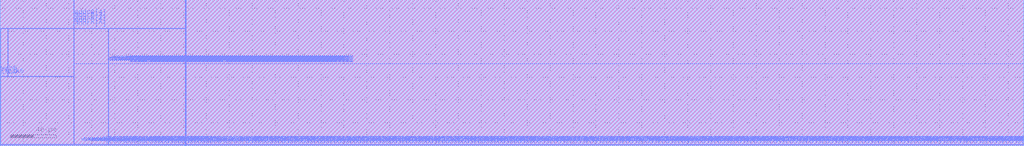
<source format=lef>
VERSION 5.4 ;
NAMESCASESENSITIVE ON ;
BUSBITCHARS "[]" ;
DIVIDERCHAR "/" ;
UNITS
  DATABASE MICRONS 2000 ;
END UNITS
MACRO mp3_data_array_2
   CLASS BLOCK ;
   SIZE 893.635 BY 127.445 ;
   SYMMETRY X Y R90 ;
   PIN din0[0]
      DIRECTION INPUT ;
      PORT
         LAYER metal3 ;
         RECT  161.69 1.0375 161.825 1.1725 ;
      END
   END din0[0]
   PIN din0[1]
      DIRECTION INPUT ;
      PORT
         LAYER metal3 ;
         RECT  164.55 1.0375 164.685 1.1725 ;
      END
   END din0[1]
   PIN din0[2]
      DIRECTION INPUT ;
      PORT
         LAYER metal3 ;
         RECT  167.41 1.0375 167.545 1.1725 ;
      END
   END din0[2]
   PIN din0[3]
      DIRECTION INPUT ;
      PORT
         LAYER metal3 ;
         RECT  170.27 1.0375 170.405 1.1725 ;
      END
   END din0[3]
   PIN din0[4]
      DIRECTION INPUT ;
      PORT
         LAYER metal3 ;
         RECT  173.13 1.0375 173.265 1.1725 ;
      END
   END din0[4]
   PIN din0[5]
      DIRECTION INPUT ;
      PORT
         LAYER metal3 ;
         RECT  175.99 1.0375 176.125 1.1725 ;
      END
   END din0[5]
   PIN din0[6]
      DIRECTION INPUT ;
      PORT
         LAYER metal3 ;
         RECT  178.85 1.0375 178.985 1.1725 ;
      END
   END din0[6]
   PIN din0[7]
      DIRECTION INPUT ;
      PORT
         LAYER metal3 ;
         RECT  181.71 1.0375 181.845 1.1725 ;
      END
   END din0[7]
   PIN din0[8]
      DIRECTION INPUT ;
      PORT
         LAYER metal3 ;
         RECT  184.57 1.0375 184.705 1.1725 ;
      END
   END din0[8]
   PIN din0[9]
      DIRECTION INPUT ;
      PORT
         LAYER metal3 ;
         RECT  187.43 1.0375 187.565 1.1725 ;
      END
   END din0[9]
   PIN din0[10]
      DIRECTION INPUT ;
      PORT
         LAYER metal3 ;
         RECT  190.29 1.0375 190.425 1.1725 ;
      END
   END din0[10]
   PIN din0[11]
      DIRECTION INPUT ;
      PORT
         LAYER metal3 ;
         RECT  193.15 1.0375 193.285 1.1725 ;
      END
   END din0[11]
   PIN din0[12]
      DIRECTION INPUT ;
      PORT
         LAYER metal3 ;
         RECT  196.01 1.0375 196.145 1.1725 ;
      END
   END din0[12]
   PIN din0[13]
      DIRECTION INPUT ;
      PORT
         LAYER metal3 ;
         RECT  198.87 1.0375 199.005 1.1725 ;
      END
   END din0[13]
   PIN din0[14]
      DIRECTION INPUT ;
      PORT
         LAYER metal3 ;
         RECT  201.73 1.0375 201.865 1.1725 ;
      END
   END din0[14]
   PIN din0[15]
      DIRECTION INPUT ;
      PORT
         LAYER metal3 ;
         RECT  204.59 1.0375 204.725 1.1725 ;
      END
   END din0[15]
   PIN din0[16]
      DIRECTION INPUT ;
      PORT
         LAYER metal3 ;
         RECT  207.45 1.0375 207.585 1.1725 ;
      END
   END din0[16]
   PIN din0[17]
      DIRECTION INPUT ;
      PORT
         LAYER metal3 ;
         RECT  210.31 1.0375 210.445 1.1725 ;
      END
   END din0[17]
   PIN din0[18]
      DIRECTION INPUT ;
      PORT
         LAYER metal3 ;
         RECT  213.17 1.0375 213.305 1.1725 ;
      END
   END din0[18]
   PIN din0[19]
      DIRECTION INPUT ;
      PORT
         LAYER metal3 ;
         RECT  216.03 1.0375 216.165 1.1725 ;
      END
   END din0[19]
   PIN din0[20]
      DIRECTION INPUT ;
      PORT
         LAYER metal3 ;
         RECT  218.89 1.0375 219.025 1.1725 ;
      END
   END din0[20]
   PIN din0[21]
      DIRECTION INPUT ;
      PORT
         LAYER metal3 ;
         RECT  221.75 1.0375 221.885 1.1725 ;
      END
   END din0[21]
   PIN din0[22]
      DIRECTION INPUT ;
      PORT
         LAYER metal3 ;
         RECT  224.61 1.0375 224.745 1.1725 ;
      END
   END din0[22]
   PIN din0[23]
      DIRECTION INPUT ;
      PORT
         LAYER metal3 ;
         RECT  227.47 1.0375 227.605 1.1725 ;
      END
   END din0[23]
   PIN din0[24]
      DIRECTION INPUT ;
      PORT
         LAYER metal3 ;
         RECT  230.33 1.0375 230.465 1.1725 ;
      END
   END din0[24]
   PIN din0[25]
      DIRECTION INPUT ;
      PORT
         LAYER metal3 ;
         RECT  233.19 1.0375 233.325 1.1725 ;
      END
   END din0[25]
   PIN din0[26]
      DIRECTION INPUT ;
      PORT
         LAYER metal3 ;
         RECT  236.05 1.0375 236.185 1.1725 ;
      END
   END din0[26]
   PIN din0[27]
      DIRECTION INPUT ;
      PORT
         LAYER metal3 ;
         RECT  238.91 1.0375 239.045 1.1725 ;
      END
   END din0[27]
   PIN din0[28]
      DIRECTION INPUT ;
      PORT
         LAYER metal3 ;
         RECT  241.77 1.0375 241.905 1.1725 ;
      END
   END din0[28]
   PIN din0[29]
      DIRECTION INPUT ;
      PORT
         LAYER metal3 ;
         RECT  244.63 1.0375 244.765 1.1725 ;
      END
   END din0[29]
   PIN din0[30]
      DIRECTION INPUT ;
      PORT
         LAYER metal3 ;
         RECT  247.49 1.0375 247.625 1.1725 ;
      END
   END din0[30]
   PIN din0[31]
      DIRECTION INPUT ;
      PORT
         LAYER metal3 ;
         RECT  250.35 1.0375 250.485 1.1725 ;
      END
   END din0[31]
   PIN din0[32]
      DIRECTION INPUT ;
      PORT
         LAYER metal3 ;
         RECT  253.21 1.0375 253.345 1.1725 ;
      END
   END din0[32]
   PIN din0[33]
      DIRECTION INPUT ;
      PORT
         LAYER metal3 ;
         RECT  256.07 1.0375 256.205 1.1725 ;
      END
   END din0[33]
   PIN din0[34]
      DIRECTION INPUT ;
      PORT
         LAYER metal3 ;
         RECT  258.93 1.0375 259.065 1.1725 ;
      END
   END din0[34]
   PIN din0[35]
      DIRECTION INPUT ;
      PORT
         LAYER metal3 ;
         RECT  261.79 1.0375 261.925 1.1725 ;
      END
   END din0[35]
   PIN din0[36]
      DIRECTION INPUT ;
      PORT
         LAYER metal3 ;
         RECT  264.65 1.0375 264.785 1.1725 ;
      END
   END din0[36]
   PIN din0[37]
      DIRECTION INPUT ;
      PORT
         LAYER metal3 ;
         RECT  267.51 1.0375 267.645 1.1725 ;
      END
   END din0[37]
   PIN din0[38]
      DIRECTION INPUT ;
      PORT
         LAYER metal3 ;
         RECT  270.37 1.0375 270.505 1.1725 ;
      END
   END din0[38]
   PIN din0[39]
      DIRECTION INPUT ;
      PORT
         LAYER metal3 ;
         RECT  273.23 1.0375 273.365 1.1725 ;
      END
   END din0[39]
   PIN din0[40]
      DIRECTION INPUT ;
      PORT
         LAYER metal3 ;
         RECT  276.09 1.0375 276.225 1.1725 ;
      END
   END din0[40]
   PIN din0[41]
      DIRECTION INPUT ;
      PORT
         LAYER metal3 ;
         RECT  278.95 1.0375 279.085 1.1725 ;
      END
   END din0[41]
   PIN din0[42]
      DIRECTION INPUT ;
      PORT
         LAYER metal3 ;
         RECT  281.81 1.0375 281.945 1.1725 ;
      END
   END din0[42]
   PIN din0[43]
      DIRECTION INPUT ;
      PORT
         LAYER metal3 ;
         RECT  284.67 1.0375 284.805 1.1725 ;
      END
   END din0[43]
   PIN din0[44]
      DIRECTION INPUT ;
      PORT
         LAYER metal3 ;
         RECT  287.53 1.0375 287.665 1.1725 ;
      END
   END din0[44]
   PIN din0[45]
      DIRECTION INPUT ;
      PORT
         LAYER metal3 ;
         RECT  290.39 1.0375 290.525 1.1725 ;
      END
   END din0[45]
   PIN din0[46]
      DIRECTION INPUT ;
      PORT
         LAYER metal3 ;
         RECT  293.25 1.0375 293.385 1.1725 ;
      END
   END din0[46]
   PIN din0[47]
      DIRECTION INPUT ;
      PORT
         LAYER metal3 ;
         RECT  296.11 1.0375 296.245 1.1725 ;
      END
   END din0[47]
   PIN din0[48]
      DIRECTION INPUT ;
      PORT
         LAYER metal3 ;
         RECT  298.97 1.0375 299.105 1.1725 ;
      END
   END din0[48]
   PIN din0[49]
      DIRECTION INPUT ;
      PORT
         LAYER metal3 ;
         RECT  301.83 1.0375 301.965 1.1725 ;
      END
   END din0[49]
   PIN din0[50]
      DIRECTION INPUT ;
      PORT
         LAYER metal3 ;
         RECT  304.69 1.0375 304.825 1.1725 ;
      END
   END din0[50]
   PIN din0[51]
      DIRECTION INPUT ;
      PORT
         LAYER metal3 ;
         RECT  307.55 1.0375 307.685 1.1725 ;
      END
   END din0[51]
   PIN din0[52]
      DIRECTION INPUT ;
      PORT
         LAYER metal3 ;
         RECT  310.41 1.0375 310.545 1.1725 ;
      END
   END din0[52]
   PIN din0[53]
      DIRECTION INPUT ;
      PORT
         LAYER metal3 ;
         RECT  313.27 1.0375 313.405 1.1725 ;
      END
   END din0[53]
   PIN din0[54]
      DIRECTION INPUT ;
      PORT
         LAYER metal3 ;
         RECT  316.13 1.0375 316.265 1.1725 ;
      END
   END din0[54]
   PIN din0[55]
      DIRECTION INPUT ;
      PORT
         LAYER metal3 ;
         RECT  318.99 1.0375 319.125 1.1725 ;
      END
   END din0[55]
   PIN din0[56]
      DIRECTION INPUT ;
      PORT
         LAYER metal3 ;
         RECT  321.85 1.0375 321.985 1.1725 ;
      END
   END din0[56]
   PIN din0[57]
      DIRECTION INPUT ;
      PORT
         LAYER metal3 ;
         RECT  324.71 1.0375 324.845 1.1725 ;
      END
   END din0[57]
   PIN din0[58]
      DIRECTION INPUT ;
      PORT
         LAYER metal3 ;
         RECT  327.57 1.0375 327.705 1.1725 ;
      END
   END din0[58]
   PIN din0[59]
      DIRECTION INPUT ;
      PORT
         LAYER metal3 ;
         RECT  330.43 1.0375 330.565 1.1725 ;
      END
   END din0[59]
   PIN din0[60]
      DIRECTION INPUT ;
      PORT
         LAYER metal3 ;
         RECT  333.29 1.0375 333.425 1.1725 ;
      END
   END din0[60]
   PIN din0[61]
      DIRECTION INPUT ;
      PORT
         LAYER metal3 ;
         RECT  336.15 1.0375 336.285 1.1725 ;
      END
   END din0[61]
   PIN din0[62]
      DIRECTION INPUT ;
      PORT
         LAYER metal3 ;
         RECT  339.01 1.0375 339.145 1.1725 ;
      END
   END din0[62]
   PIN din0[63]
      DIRECTION INPUT ;
      PORT
         LAYER metal3 ;
         RECT  341.87 1.0375 342.005 1.1725 ;
      END
   END din0[63]
   PIN din0[64]
      DIRECTION INPUT ;
      PORT
         LAYER metal3 ;
         RECT  344.73 1.0375 344.865 1.1725 ;
      END
   END din0[64]
   PIN din0[65]
      DIRECTION INPUT ;
      PORT
         LAYER metal3 ;
         RECT  347.59 1.0375 347.725 1.1725 ;
      END
   END din0[65]
   PIN din0[66]
      DIRECTION INPUT ;
      PORT
         LAYER metal3 ;
         RECT  350.45 1.0375 350.585 1.1725 ;
      END
   END din0[66]
   PIN din0[67]
      DIRECTION INPUT ;
      PORT
         LAYER metal3 ;
         RECT  353.31 1.0375 353.445 1.1725 ;
      END
   END din0[67]
   PIN din0[68]
      DIRECTION INPUT ;
      PORT
         LAYER metal3 ;
         RECT  356.17 1.0375 356.305 1.1725 ;
      END
   END din0[68]
   PIN din0[69]
      DIRECTION INPUT ;
      PORT
         LAYER metal3 ;
         RECT  359.03 1.0375 359.165 1.1725 ;
      END
   END din0[69]
   PIN din0[70]
      DIRECTION INPUT ;
      PORT
         LAYER metal3 ;
         RECT  361.89 1.0375 362.025 1.1725 ;
      END
   END din0[70]
   PIN din0[71]
      DIRECTION INPUT ;
      PORT
         LAYER metal3 ;
         RECT  364.75 1.0375 364.885 1.1725 ;
      END
   END din0[71]
   PIN din0[72]
      DIRECTION INPUT ;
      PORT
         LAYER metal3 ;
         RECT  367.61 1.0375 367.745 1.1725 ;
      END
   END din0[72]
   PIN din0[73]
      DIRECTION INPUT ;
      PORT
         LAYER metal3 ;
         RECT  370.47 1.0375 370.605 1.1725 ;
      END
   END din0[73]
   PIN din0[74]
      DIRECTION INPUT ;
      PORT
         LAYER metal3 ;
         RECT  373.33 1.0375 373.465 1.1725 ;
      END
   END din0[74]
   PIN din0[75]
      DIRECTION INPUT ;
      PORT
         LAYER metal3 ;
         RECT  376.19 1.0375 376.325 1.1725 ;
      END
   END din0[75]
   PIN din0[76]
      DIRECTION INPUT ;
      PORT
         LAYER metal3 ;
         RECT  379.05 1.0375 379.185 1.1725 ;
      END
   END din0[76]
   PIN din0[77]
      DIRECTION INPUT ;
      PORT
         LAYER metal3 ;
         RECT  381.91 1.0375 382.045 1.1725 ;
      END
   END din0[77]
   PIN din0[78]
      DIRECTION INPUT ;
      PORT
         LAYER metal3 ;
         RECT  384.77 1.0375 384.905 1.1725 ;
      END
   END din0[78]
   PIN din0[79]
      DIRECTION INPUT ;
      PORT
         LAYER metal3 ;
         RECT  387.63 1.0375 387.765 1.1725 ;
      END
   END din0[79]
   PIN din0[80]
      DIRECTION INPUT ;
      PORT
         LAYER metal3 ;
         RECT  390.49 1.0375 390.625 1.1725 ;
      END
   END din0[80]
   PIN din0[81]
      DIRECTION INPUT ;
      PORT
         LAYER metal3 ;
         RECT  393.35 1.0375 393.485 1.1725 ;
      END
   END din0[81]
   PIN din0[82]
      DIRECTION INPUT ;
      PORT
         LAYER metal3 ;
         RECT  396.21 1.0375 396.345 1.1725 ;
      END
   END din0[82]
   PIN din0[83]
      DIRECTION INPUT ;
      PORT
         LAYER metal3 ;
         RECT  399.07 1.0375 399.205 1.1725 ;
      END
   END din0[83]
   PIN din0[84]
      DIRECTION INPUT ;
      PORT
         LAYER metal3 ;
         RECT  401.93 1.0375 402.065 1.1725 ;
      END
   END din0[84]
   PIN din0[85]
      DIRECTION INPUT ;
      PORT
         LAYER metal3 ;
         RECT  404.79 1.0375 404.925 1.1725 ;
      END
   END din0[85]
   PIN din0[86]
      DIRECTION INPUT ;
      PORT
         LAYER metal3 ;
         RECT  407.65 1.0375 407.785 1.1725 ;
      END
   END din0[86]
   PIN din0[87]
      DIRECTION INPUT ;
      PORT
         LAYER metal3 ;
         RECT  410.51 1.0375 410.645 1.1725 ;
      END
   END din0[87]
   PIN din0[88]
      DIRECTION INPUT ;
      PORT
         LAYER metal3 ;
         RECT  413.37 1.0375 413.505 1.1725 ;
      END
   END din0[88]
   PIN din0[89]
      DIRECTION INPUT ;
      PORT
         LAYER metal3 ;
         RECT  416.23 1.0375 416.365 1.1725 ;
      END
   END din0[89]
   PIN din0[90]
      DIRECTION INPUT ;
      PORT
         LAYER metal3 ;
         RECT  419.09 1.0375 419.225 1.1725 ;
      END
   END din0[90]
   PIN din0[91]
      DIRECTION INPUT ;
      PORT
         LAYER metal3 ;
         RECT  421.95 1.0375 422.085 1.1725 ;
      END
   END din0[91]
   PIN din0[92]
      DIRECTION INPUT ;
      PORT
         LAYER metal3 ;
         RECT  424.81 1.0375 424.945 1.1725 ;
      END
   END din0[92]
   PIN din0[93]
      DIRECTION INPUT ;
      PORT
         LAYER metal3 ;
         RECT  427.67 1.0375 427.805 1.1725 ;
      END
   END din0[93]
   PIN din0[94]
      DIRECTION INPUT ;
      PORT
         LAYER metal3 ;
         RECT  430.53 1.0375 430.665 1.1725 ;
      END
   END din0[94]
   PIN din0[95]
      DIRECTION INPUT ;
      PORT
         LAYER metal3 ;
         RECT  433.39 1.0375 433.525 1.1725 ;
      END
   END din0[95]
   PIN din0[96]
      DIRECTION INPUT ;
      PORT
         LAYER metal3 ;
         RECT  436.25 1.0375 436.385 1.1725 ;
      END
   END din0[96]
   PIN din0[97]
      DIRECTION INPUT ;
      PORT
         LAYER metal3 ;
         RECT  439.11 1.0375 439.245 1.1725 ;
      END
   END din0[97]
   PIN din0[98]
      DIRECTION INPUT ;
      PORT
         LAYER metal3 ;
         RECT  441.97 1.0375 442.105 1.1725 ;
      END
   END din0[98]
   PIN din0[99]
      DIRECTION INPUT ;
      PORT
         LAYER metal3 ;
         RECT  444.83 1.0375 444.965 1.1725 ;
      END
   END din0[99]
   PIN din0[100]
      DIRECTION INPUT ;
      PORT
         LAYER metal3 ;
         RECT  447.69 1.0375 447.825 1.1725 ;
      END
   END din0[100]
   PIN din0[101]
      DIRECTION INPUT ;
      PORT
         LAYER metal3 ;
         RECT  450.55 1.0375 450.685 1.1725 ;
      END
   END din0[101]
   PIN din0[102]
      DIRECTION INPUT ;
      PORT
         LAYER metal3 ;
         RECT  453.41 1.0375 453.545 1.1725 ;
      END
   END din0[102]
   PIN din0[103]
      DIRECTION INPUT ;
      PORT
         LAYER metal3 ;
         RECT  456.27 1.0375 456.405 1.1725 ;
      END
   END din0[103]
   PIN din0[104]
      DIRECTION INPUT ;
      PORT
         LAYER metal3 ;
         RECT  459.13 1.0375 459.265 1.1725 ;
      END
   END din0[104]
   PIN din0[105]
      DIRECTION INPUT ;
      PORT
         LAYER metal3 ;
         RECT  461.99 1.0375 462.125 1.1725 ;
      END
   END din0[105]
   PIN din0[106]
      DIRECTION INPUT ;
      PORT
         LAYER metal3 ;
         RECT  464.85 1.0375 464.985 1.1725 ;
      END
   END din0[106]
   PIN din0[107]
      DIRECTION INPUT ;
      PORT
         LAYER metal3 ;
         RECT  467.71 1.0375 467.845 1.1725 ;
      END
   END din0[107]
   PIN din0[108]
      DIRECTION INPUT ;
      PORT
         LAYER metal3 ;
         RECT  470.57 1.0375 470.705 1.1725 ;
      END
   END din0[108]
   PIN din0[109]
      DIRECTION INPUT ;
      PORT
         LAYER metal3 ;
         RECT  473.43 1.0375 473.565 1.1725 ;
      END
   END din0[109]
   PIN din0[110]
      DIRECTION INPUT ;
      PORT
         LAYER metal3 ;
         RECT  476.29 1.0375 476.425 1.1725 ;
      END
   END din0[110]
   PIN din0[111]
      DIRECTION INPUT ;
      PORT
         LAYER metal3 ;
         RECT  479.15 1.0375 479.285 1.1725 ;
      END
   END din0[111]
   PIN din0[112]
      DIRECTION INPUT ;
      PORT
         LAYER metal3 ;
         RECT  482.01 1.0375 482.145 1.1725 ;
      END
   END din0[112]
   PIN din0[113]
      DIRECTION INPUT ;
      PORT
         LAYER metal3 ;
         RECT  484.87 1.0375 485.005 1.1725 ;
      END
   END din0[113]
   PIN din0[114]
      DIRECTION INPUT ;
      PORT
         LAYER metal3 ;
         RECT  487.73 1.0375 487.865 1.1725 ;
      END
   END din0[114]
   PIN din0[115]
      DIRECTION INPUT ;
      PORT
         LAYER metal3 ;
         RECT  490.59 1.0375 490.725 1.1725 ;
      END
   END din0[115]
   PIN din0[116]
      DIRECTION INPUT ;
      PORT
         LAYER metal3 ;
         RECT  493.45 1.0375 493.585 1.1725 ;
      END
   END din0[116]
   PIN din0[117]
      DIRECTION INPUT ;
      PORT
         LAYER metal3 ;
         RECT  496.31 1.0375 496.445 1.1725 ;
      END
   END din0[117]
   PIN din0[118]
      DIRECTION INPUT ;
      PORT
         LAYER metal3 ;
         RECT  499.17 1.0375 499.305 1.1725 ;
      END
   END din0[118]
   PIN din0[119]
      DIRECTION INPUT ;
      PORT
         LAYER metal3 ;
         RECT  502.03 1.0375 502.165 1.1725 ;
      END
   END din0[119]
   PIN din0[120]
      DIRECTION INPUT ;
      PORT
         LAYER metal3 ;
         RECT  504.89 1.0375 505.025 1.1725 ;
      END
   END din0[120]
   PIN din0[121]
      DIRECTION INPUT ;
      PORT
         LAYER metal3 ;
         RECT  507.75 1.0375 507.885 1.1725 ;
      END
   END din0[121]
   PIN din0[122]
      DIRECTION INPUT ;
      PORT
         LAYER metal3 ;
         RECT  510.61 1.0375 510.745 1.1725 ;
      END
   END din0[122]
   PIN din0[123]
      DIRECTION INPUT ;
      PORT
         LAYER metal3 ;
         RECT  513.47 1.0375 513.605 1.1725 ;
      END
   END din0[123]
   PIN din0[124]
      DIRECTION INPUT ;
      PORT
         LAYER metal3 ;
         RECT  516.33 1.0375 516.465 1.1725 ;
      END
   END din0[124]
   PIN din0[125]
      DIRECTION INPUT ;
      PORT
         LAYER metal3 ;
         RECT  519.19 1.0375 519.325 1.1725 ;
      END
   END din0[125]
   PIN din0[126]
      DIRECTION INPUT ;
      PORT
         LAYER metal3 ;
         RECT  522.05 1.0375 522.185 1.1725 ;
      END
   END din0[126]
   PIN din0[127]
      DIRECTION INPUT ;
      PORT
         LAYER metal3 ;
         RECT  524.91 1.0375 525.045 1.1725 ;
      END
   END din0[127]
   PIN din0[128]
      DIRECTION INPUT ;
      PORT
         LAYER metal3 ;
         RECT  527.77 1.0375 527.905 1.1725 ;
      END
   END din0[128]
   PIN din0[129]
      DIRECTION INPUT ;
      PORT
         LAYER metal3 ;
         RECT  530.63 1.0375 530.765 1.1725 ;
      END
   END din0[129]
   PIN din0[130]
      DIRECTION INPUT ;
      PORT
         LAYER metal3 ;
         RECT  533.49 1.0375 533.625 1.1725 ;
      END
   END din0[130]
   PIN din0[131]
      DIRECTION INPUT ;
      PORT
         LAYER metal3 ;
         RECT  536.35 1.0375 536.485 1.1725 ;
      END
   END din0[131]
   PIN din0[132]
      DIRECTION INPUT ;
      PORT
         LAYER metal3 ;
         RECT  539.21 1.0375 539.345 1.1725 ;
      END
   END din0[132]
   PIN din0[133]
      DIRECTION INPUT ;
      PORT
         LAYER metal3 ;
         RECT  542.07 1.0375 542.205 1.1725 ;
      END
   END din0[133]
   PIN din0[134]
      DIRECTION INPUT ;
      PORT
         LAYER metal3 ;
         RECT  544.93 1.0375 545.065 1.1725 ;
      END
   END din0[134]
   PIN din0[135]
      DIRECTION INPUT ;
      PORT
         LAYER metal3 ;
         RECT  547.79 1.0375 547.925 1.1725 ;
      END
   END din0[135]
   PIN din0[136]
      DIRECTION INPUT ;
      PORT
         LAYER metal3 ;
         RECT  550.65 1.0375 550.785 1.1725 ;
      END
   END din0[136]
   PIN din0[137]
      DIRECTION INPUT ;
      PORT
         LAYER metal3 ;
         RECT  553.51 1.0375 553.645 1.1725 ;
      END
   END din0[137]
   PIN din0[138]
      DIRECTION INPUT ;
      PORT
         LAYER metal3 ;
         RECT  556.37 1.0375 556.505 1.1725 ;
      END
   END din0[138]
   PIN din0[139]
      DIRECTION INPUT ;
      PORT
         LAYER metal3 ;
         RECT  559.23 1.0375 559.365 1.1725 ;
      END
   END din0[139]
   PIN din0[140]
      DIRECTION INPUT ;
      PORT
         LAYER metal3 ;
         RECT  562.09 1.0375 562.225 1.1725 ;
      END
   END din0[140]
   PIN din0[141]
      DIRECTION INPUT ;
      PORT
         LAYER metal3 ;
         RECT  564.95 1.0375 565.085 1.1725 ;
      END
   END din0[141]
   PIN din0[142]
      DIRECTION INPUT ;
      PORT
         LAYER metal3 ;
         RECT  567.81 1.0375 567.945 1.1725 ;
      END
   END din0[142]
   PIN din0[143]
      DIRECTION INPUT ;
      PORT
         LAYER metal3 ;
         RECT  570.67 1.0375 570.805 1.1725 ;
      END
   END din0[143]
   PIN din0[144]
      DIRECTION INPUT ;
      PORT
         LAYER metal3 ;
         RECT  573.53 1.0375 573.665 1.1725 ;
      END
   END din0[144]
   PIN din0[145]
      DIRECTION INPUT ;
      PORT
         LAYER metal3 ;
         RECT  576.39 1.0375 576.525 1.1725 ;
      END
   END din0[145]
   PIN din0[146]
      DIRECTION INPUT ;
      PORT
         LAYER metal3 ;
         RECT  579.25 1.0375 579.385 1.1725 ;
      END
   END din0[146]
   PIN din0[147]
      DIRECTION INPUT ;
      PORT
         LAYER metal3 ;
         RECT  582.11 1.0375 582.245 1.1725 ;
      END
   END din0[147]
   PIN din0[148]
      DIRECTION INPUT ;
      PORT
         LAYER metal3 ;
         RECT  584.97 1.0375 585.105 1.1725 ;
      END
   END din0[148]
   PIN din0[149]
      DIRECTION INPUT ;
      PORT
         LAYER metal3 ;
         RECT  587.83 1.0375 587.965 1.1725 ;
      END
   END din0[149]
   PIN din0[150]
      DIRECTION INPUT ;
      PORT
         LAYER metal3 ;
         RECT  590.69 1.0375 590.825 1.1725 ;
      END
   END din0[150]
   PIN din0[151]
      DIRECTION INPUT ;
      PORT
         LAYER metal3 ;
         RECT  593.55 1.0375 593.685 1.1725 ;
      END
   END din0[151]
   PIN din0[152]
      DIRECTION INPUT ;
      PORT
         LAYER metal3 ;
         RECT  596.41 1.0375 596.545 1.1725 ;
      END
   END din0[152]
   PIN din0[153]
      DIRECTION INPUT ;
      PORT
         LAYER metal3 ;
         RECT  599.27 1.0375 599.405 1.1725 ;
      END
   END din0[153]
   PIN din0[154]
      DIRECTION INPUT ;
      PORT
         LAYER metal3 ;
         RECT  602.13 1.0375 602.265 1.1725 ;
      END
   END din0[154]
   PIN din0[155]
      DIRECTION INPUT ;
      PORT
         LAYER metal3 ;
         RECT  604.99 1.0375 605.125 1.1725 ;
      END
   END din0[155]
   PIN din0[156]
      DIRECTION INPUT ;
      PORT
         LAYER metal3 ;
         RECT  607.85 1.0375 607.985 1.1725 ;
      END
   END din0[156]
   PIN din0[157]
      DIRECTION INPUT ;
      PORT
         LAYER metal3 ;
         RECT  610.71 1.0375 610.845 1.1725 ;
      END
   END din0[157]
   PIN din0[158]
      DIRECTION INPUT ;
      PORT
         LAYER metal3 ;
         RECT  613.57 1.0375 613.705 1.1725 ;
      END
   END din0[158]
   PIN din0[159]
      DIRECTION INPUT ;
      PORT
         LAYER metal3 ;
         RECT  616.43 1.0375 616.565 1.1725 ;
      END
   END din0[159]
   PIN din0[160]
      DIRECTION INPUT ;
      PORT
         LAYER metal3 ;
         RECT  619.29 1.0375 619.425 1.1725 ;
      END
   END din0[160]
   PIN din0[161]
      DIRECTION INPUT ;
      PORT
         LAYER metal3 ;
         RECT  622.15 1.0375 622.285 1.1725 ;
      END
   END din0[161]
   PIN din0[162]
      DIRECTION INPUT ;
      PORT
         LAYER metal3 ;
         RECT  625.01 1.0375 625.145 1.1725 ;
      END
   END din0[162]
   PIN din0[163]
      DIRECTION INPUT ;
      PORT
         LAYER metal3 ;
         RECT  627.87 1.0375 628.005 1.1725 ;
      END
   END din0[163]
   PIN din0[164]
      DIRECTION INPUT ;
      PORT
         LAYER metal3 ;
         RECT  630.73 1.0375 630.865 1.1725 ;
      END
   END din0[164]
   PIN din0[165]
      DIRECTION INPUT ;
      PORT
         LAYER metal3 ;
         RECT  633.59 1.0375 633.725 1.1725 ;
      END
   END din0[165]
   PIN din0[166]
      DIRECTION INPUT ;
      PORT
         LAYER metal3 ;
         RECT  636.45 1.0375 636.585 1.1725 ;
      END
   END din0[166]
   PIN din0[167]
      DIRECTION INPUT ;
      PORT
         LAYER metal3 ;
         RECT  639.31 1.0375 639.445 1.1725 ;
      END
   END din0[167]
   PIN din0[168]
      DIRECTION INPUT ;
      PORT
         LAYER metal3 ;
         RECT  642.17 1.0375 642.305 1.1725 ;
      END
   END din0[168]
   PIN din0[169]
      DIRECTION INPUT ;
      PORT
         LAYER metal3 ;
         RECT  645.03 1.0375 645.165 1.1725 ;
      END
   END din0[169]
   PIN din0[170]
      DIRECTION INPUT ;
      PORT
         LAYER metal3 ;
         RECT  647.89 1.0375 648.025 1.1725 ;
      END
   END din0[170]
   PIN din0[171]
      DIRECTION INPUT ;
      PORT
         LAYER metal3 ;
         RECT  650.75 1.0375 650.885 1.1725 ;
      END
   END din0[171]
   PIN din0[172]
      DIRECTION INPUT ;
      PORT
         LAYER metal3 ;
         RECT  653.61 1.0375 653.745 1.1725 ;
      END
   END din0[172]
   PIN din0[173]
      DIRECTION INPUT ;
      PORT
         LAYER metal3 ;
         RECT  656.47 1.0375 656.605 1.1725 ;
      END
   END din0[173]
   PIN din0[174]
      DIRECTION INPUT ;
      PORT
         LAYER metal3 ;
         RECT  659.33 1.0375 659.465 1.1725 ;
      END
   END din0[174]
   PIN din0[175]
      DIRECTION INPUT ;
      PORT
         LAYER metal3 ;
         RECT  662.19 1.0375 662.325 1.1725 ;
      END
   END din0[175]
   PIN din0[176]
      DIRECTION INPUT ;
      PORT
         LAYER metal3 ;
         RECT  665.05 1.0375 665.185 1.1725 ;
      END
   END din0[176]
   PIN din0[177]
      DIRECTION INPUT ;
      PORT
         LAYER metal3 ;
         RECT  667.91 1.0375 668.045 1.1725 ;
      END
   END din0[177]
   PIN din0[178]
      DIRECTION INPUT ;
      PORT
         LAYER metal3 ;
         RECT  670.77 1.0375 670.905 1.1725 ;
      END
   END din0[178]
   PIN din0[179]
      DIRECTION INPUT ;
      PORT
         LAYER metal3 ;
         RECT  673.63 1.0375 673.765 1.1725 ;
      END
   END din0[179]
   PIN din0[180]
      DIRECTION INPUT ;
      PORT
         LAYER metal3 ;
         RECT  676.49 1.0375 676.625 1.1725 ;
      END
   END din0[180]
   PIN din0[181]
      DIRECTION INPUT ;
      PORT
         LAYER metal3 ;
         RECT  679.35 1.0375 679.485 1.1725 ;
      END
   END din0[181]
   PIN din0[182]
      DIRECTION INPUT ;
      PORT
         LAYER metal3 ;
         RECT  682.21 1.0375 682.345 1.1725 ;
      END
   END din0[182]
   PIN din0[183]
      DIRECTION INPUT ;
      PORT
         LAYER metal3 ;
         RECT  685.07 1.0375 685.205 1.1725 ;
      END
   END din0[183]
   PIN din0[184]
      DIRECTION INPUT ;
      PORT
         LAYER metal3 ;
         RECT  687.93 1.0375 688.065 1.1725 ;
      END
   END din0[184]
   PIN din0[185]
      DIRECTION INPUT ;
      PORT
         LAYER metal3 ;
         RECT  690.79 1.0375 690.925 1.1725 ;
      END
   END din0[185]
   PIN din0[186]
      DIRECTION INPUT ;
      PORT
         LAYER metal3 ;
         RECT  693.65 1.0375 693.785 1.1725 ;
      END
   END din0[186]
   PIN din0[187]
      DIRECTION INPUT ;
      PORT
         LAYER metal3 ;
         RECT  696.51 1.0375 696.645 1.1725 ;
      END
   END din0[187]
   PIN din0[188]
      DIRECTION INPUT ;
      PORT
         LAYER metal3 ;
         RECT  699.37 1.0375 699.505 1.1725 ;
      END
   END din0[188]
   PIN din0[189]
      DIRECTION INPUT ;
      PORT
         LAYER metal3 ;
         RECT  702.23 1.0375 702.365 1.1725 ;
      END
   END din0[189]
   PIN din0[190]
      DIRECTION INPUT ;
      PORT
         LAYER metal3 ;
         RECT  705.09 1.0375 705.225 1.1725 ;
      END
   END din0[190]
   PIN din0[191]
      DIRECTION INPUT ;
      PORT
         LAYER metal3 ;
         RECT  707.95 1.0375 708.085 1.1725 ;
      END
   END din0[191]
   PIN din0[192]
      DIRECTION INPUT ;
      PORT
         LAYER metal3 ;
         RECT  710.81 1.0375 710.945 1.1725 ;
      END
   END din0[192]
   PIN din0[193]
      DIRECTION INPUT ;
      PORT
         LAYER metal3 ;
         RECT  713.67 1.0375 713.805 1.1725 ;
      END
   END din0[193]
   PIN din0[194]
      DIRECTION INPUT ;
      PORT
         LAYER metal3 ;
         RECT  716.53 1.0375 716.665 1.1725 ;
      END
   END din0[194]
   PIN din0[195]
      DIRECTION INPUT ;
      PORT
         LAYER metal3 ;
         RECT  719.39 1.0375 719.525 1.1725 ;
      END
   END din0[195]
   PIN din0[196]
      DIRECTION INPUT ;
      PORT
         LAYER metal3 ;
         RECT  722.25 1.0375 722.385 1.1725 ;
      END
   END din0[196]
   PIN din0[197]
      DIRECTION INPUT ;
      PORT
         LAYER metal3 ;
         RECT  725.11 1.0375 725.245 1.1725 ;
      END
   END din0[197]
   PIN din0[198]
      DIRECTION INPUT ;
      PORT
         LAYER metal3 ;
         RECT  727.97 1.0375 728.105 1.1725 ;
      END
   END din0[198]
   PIN din0[199]
      DIRECTION INPUT ;
      PORT
         LAYER metal3 ;
         RECT  730.83 1.0375 730.965 1.1725 ;
      END
   END din0[199]
   PIN din0[200]
      DIRECTION INPUT ;
      PORT
         LAYER metal3 ;
         RECT  733.69 1.0375 733.825 1.1725 ;
      END
   END din0[200]
   PIN din0[201]
      DIRECTION INPUT ;
      PORT
         LAYER metal3 ;
         RECT  736.55 1.0375 736.685 1.1725 ;
      END
   END din0[201]
   PIN din0[202]
      DIRECTION INPUT ;
      PORT
         LAYER metal3 ;
         RECT  739.41 1.0375 739.545 1.1725 ;
      END
   END din0[202]
   PIN din0[203]
      DIRECTION INPUT ;
      PORT
         LAYER metal3 ;
         RECT  742.27 1.0375 742.405 1.1725 ;
      END
   END din0[203]
   PIN din0[204]
      DIRECTION INPUT ;
      PORT
         LAYER metal3 ;
         RECT  745.13 1.0375 745.265 1.1725 ;
      END
   END din0[204]
   PIN din0[205]
      DIRECTION INPUT ;
      PORT
         LAYER metal3 ;
         RECT  747.99 1.0375 748.125 1.1725 ;
      END
   END din0[205]
   PIN din0[206]
      DIRECTION INPUT ;
      PORT
         LAYER metal3 ;
         RECT  750.85 1.0375 750.985 1.1725 ;
      END
   END din0[206]
   PIN din0[207]
      DIRECTION INPUT ;
      PORT
         LAYER metal3 ;
         RECT  753.71 1.0375 753.845 1.1725 ;
      END
   END din0[207]
   PIN din0[208]
      DIRECTION INPUT ;
      PORT
         LAYER metal3 ;
         RECT  756.57 1.0375 756.705 1.1725 ;
      END
   END din0[208]
   PIN din0[209]
      DIRECTION INPUT ;
      PORT
         LAYER metal3 ;
         RECT  759.43 1.0375 759.565 1.1725 ;
      END
   END din0[209]
   PIN din0[210]
      DIRECTION INPUT ;
      PORT
         LAYER metal3 ;
         RECT  762.29 1.0375 762.425 1.1725 ;
      END
   END din0[210]
   PIN din0[211]
      DIRECTION INPUT ;
      PORT
         LAYER metal3 ;
         RECT  765.15 1.0375 765.285 1.1725 ;
      END
   END din0[211]
   PIN din0[212]
      DIRECTION INPUT ;
      PORT
         LAYER metal3 ;
         RECT  768.01 1.0375 768.145 1.1725 ;
      END
   END din0[212]
   PIN din0[213]
      DIRECTION INPUT ;
      PORT
         LAYER metal3 ;
         RECT  770.87 1.0375 771.005 1.1725 ;
      END
   END din0[213]
   PIN din0[214]
      DIRECTION INPUT ;
      PORT
         LAYER metal3 ;
         RECT  773.73 1.0375 773.865 1.1725 ;
      END
   END din0[214]
   PIN din0[215]
      DIRECTION INPUT ;
      PORT
         LAYER metal3 ;
         RECT  776.59 1.0375 776.725 1.1725 ;
      END
   END din0[215]
   PIN din0[216]
      DIRECTION INPUT ;
      PORT
         LAYER metal3 ;
         RECT  779.45 1.0375 779.585 1.1725 ;
      END
   END din0[216]
   PIN din0[217]
      DIRECTION INPUT ;
      PORT
         LAYER metal3 ;
         RECT  782.31 1.0375 782.445 1.1725 ;
      END
   END din0[217]
   PIN din0[218]
      DIRECTION INPUT ;
      PORT
         LAYER metal3 ;
         RECT  785.17 1.0375 785.305 1.1725 ;
      END
   END din0[218]
   PIN din0[219]
      DIRECTION INPUT ;
      PORT
         LAYER metal3 ;
         RECT  788.03 1.0375 788.165 1.1725 ;
      END
   END din0[219]
   PIN din0[220]
      DIRECTION INPUT ;
      PORT
         LAYER metal3 ;
         RECT  790.89 1.0375 791.025 1.1725 ;
      END
   END din0[220]
   PIN din0[221]
      DIRECTION INPUT ;
      PORT
         LAYER metal3 ;
         RECT  793.75 1.0375 793.885 1.1725 ;
      END
   END din0[221]
   PIN din0[222]
      DIRECTION INPUT ;
      PORT
         LAYER metal3 ;
         RECT  796.61 1.0375 796.745 1.1725 ;
      END
   END din0[222]
   PIN din0[223]
      DIRECTION INPUT ;
      PORT
         LAYER metal3 ;
         RECT  799.47 1.0375 799.605 1.1725 ;
      END
   END din0[223]
   PIN din0[224]
      DIRECTION INPUT ;
      PORT
         LAYER metal3 ;
         RECT  802.33 1.0375 802.465 1.1725 ;
      END
   END din0[224]
   PIN din0[225]
      DIRECTION INPUT ;
      PORT
         LAYER metal3 ;
         RECT  805.19 1.0375 805.325 1.1725 ;
      END
   END din0[225]
   PIN din0[226]
      DIRECTION INPUT ;
      PORT
         LAYER metal3 ;
         RECT  808.05 1.0375 808.185 1.1725 ;
      END
   END din0[226]
   PIN din0[227]
      DIRECTION INPUT ;
      PORT
         LAYER metal3 ;
         RECT  810.91 1.0375 811.045 1.1725 ;
      END
   END din0[227]
   PIN din0[228]
      DIRECTION INPUT ;
      PORT
         LAYER metal3 ;
         RECT  813.77 1.0375 813.905 1.1725 ;
      END
   END din0[228]
   PIN din0[229]
      DIRECTION INPUT ;
      PORT
         LAYER metal3 ;
         RECT  816.63 1.0375 816.765 1.1725 ;
      END
   END din0[229]
   PIN din0[230]
      DIRECTION INPUT ;
      PORT
         LAYER metal3 ;
         RECT  819.49 1.0375 819.625 1.1725 ;
      END
   END din0[230]
   PIN din0[231]
      DIRECTION INPUT ;
      PORT
         LAYER metal3 ;
         RECT  822.35 1.0375 822.485 1.1725 ;
      END
   END din0[231]
   PIN din0[232]
      DIRECTION INPUT ;
      PORT
         LAYER metal3 ;
         RECT  825.21 1.0375 825.345 1.1725 ;
      END
   END din0[232]
   PIN din0[233]
      DIRECTION INPUT ;
      PORT
         LAYER metal3 ;
         RECT  828.07 1.0375 828.205 1.1725 ;
      END
   END din0[233]
   PIN din0[234]
      DIRECTION INPUT ;
      PORT
         LAYER metal3 ;
         RECT  830.93 1.0375 831.065 1.1725 ;
      END
   END din0[234]
   PIN din0[235]
      DIRECTION INPUT ;
      PORT
         LAYER metal3 ;
         RECT  833.79 1.0375 833.925 1.1725 ;
      END
   END din0[235]
   PIN din0[236]
      DIRECTION INPUT ;
      PORT
         LAYER metal3 ;
         RECT  836.65 1.0375 836.785 1.1725 ;
      END
   END din0[236]
   PIN din0[237]
      DIRECTION INPUT ;
      PORT
         LAYER metal3 ;
         RECT  839.51 1.0375 839.645 1.1725 ;
      END
   END din0[237]
   PIN din0[238]
      DIRECTION INPUT ;
      PORT
         LAYER metal3 ;
         RECT  842.37 1.0375 842.505 1.1725 ;
      END
   END din0[238]
   PIN din0[239]
      DIRECTION INPUT ;
      PORT
         LAYER metal3 ;
         RECT  845.23 1.0375 845.365 1.1725 ;
      END
   END din0[239]
   PIN din0[240]
      DIRECTION INPUT ;
      PORT
         LAYER metal3 ;
         RECT  848.09 1.0375 848.225 1.1725 ;
      END
   END din0[240]
   PIN din0[241]
      DIRECTION INPUT ;
      PORT
         LAYER metal3 ;
         RECT  850.95 1.0375 851.085 1.1725 ;
      END
   END din0[241]
   PIN din0[242]
      DIRECTION INPUT ;
      PORT
         LAYER metal3 ;
         RECT  853.81 1.0375 853.945 1.1725 ;
      END
   END din0[242]
   PIN din0[243]
      DIRECTION INPUT ;
      PORT
         LAYER metal3 ;
         RECT  856.67 1.0375 856.805 1.1725 ;
      END
   END din0[243]
   PIN din0[244]
      DIRECTION INPUT ;
      PORT
         LAYER metal3 ;
         RECT  859.53 1.0375 859.665 1.1725 ;
      END
   END din0[244]
   PIN din0[245]
      DIRECTION INPUT ;
      PORT
         LAYER metal3 ;
         RECT  862.39 1.0375 862.525 1.1725 ;
      END
   END din0[245]
   PIN din0[246]
      DIRECTION INPUT ;
      PORT
         LAYER metal3 ;
         RECT  865.25 1.0375 865.385 1.1725 ;
      END
   END din0[246]
   PIN din0[247]
      DIRECTION INPUT ;
      PORT
         LAYER metal3 ;
         RECT  868.11 1.0375 868.245 1.1725 ;
      END
   END din0[247]
   PIN din0[248]
      DIRECTION INPUT ;
      PORT
         LAYER metal3 ;
         RECT  870.97 1.0375 871.105 1.1725 ;
      END
   END din0[248]
   PIN din0[249]
      DIRECTION INPUT ;
      PORT
         LAYER metal3 ;
         RECT  873.83 1.0375 873.965 1.1725 ;
      END
   END din0[249]
   PIN din0[250]
      DIRECTION INPUT ;
      PORT
         LAYER metal3 ;
         RECT  876.69 1.0375 876.825 1.1725 ;
      END
   END din0[250]
   PIN din0[251]
      DIRECTION INPUT ;
      PORT
         LAYER metal3 ;
         RECT  879.55 1.0375 879.685 1.1725 ;
      END
   END din0[251]
   PIN din0[252]
      DIRECTION INPUT ;
      PORT
         LAYER metal3 ;
         RECT  882.41 1.0375 882.545 1.1725 ;
      END
   END din0[252]
   PIN din0[253]
      DIRECTION INPUT ;
      PORT
         LAYER metal3 ;
         RECT  885.27 1.0375 885.405 1.1725 ;
      END
   END din0[253]
   PIN din0[254]
      DIRECTION INPUT ;
      PORT
         LAYER metal3 ;
         RECT  888.13 1.0375 888.265 1.1725 ;
      END
   END din0[254]
   PIN din0[255]
      DIRECTION INPUT ;
      PORT
         LAYER metal3 ;
         RECT  890.99 1.0375 891.125 1.1725 ;
      END
   END din0[255]
   PIN addr0[0]
      DIRECTION INPUT ;
      PORT
         LAYER metal3 ;
         RECT  64.45 102.35 64.585 102.485 ;
      END
   END addr0[0]
   PIN addr0[1]
      DIRECTION INPUT ;
      PORT
         LAYER metal3 ;
         RECT  64.45 105.08 64.585 105.215 ;
      END
   END addr0[1]
   PIN addr0[2]
      DIRECTION INPUT ;
      PORT
         LAYER metal3 ;
         RECT  64.45 107.29 64.585 107.425 ;
      END
   END addr0[2]
   PIN addr0[3]
      DIRECTION INPUT ;
      PORT
         LAYER metal3 ;
         RECT  64.45 110.02 64.585 110.155 ;
      END
   END addr0[3]
   PIN addr0[4]
      DIRECTION INPUT ;
      PORT
         LAYER metal3 ;
         RECT  64.45 112.23 64.585 112.365 ;
      END
   END addr0[4]
   PIN csb0
      DIRECTION INPUT ;
      PORT
         LAYER metal3 ;
         RECT  0.285 60.36 0.42 60.495 ;
      END
   END csb0
   PIN web0
      DIRECTION INPUT ;
      PORT
         LAYER metal3 ;
         RECT  0.285 63.09 0.42 63.225 ;
      END
   END web0
   PIN clk0
      DIRECTION INPUT ;
      PORT
         LAYER metal3 ;
         RECT  6.5275 60.445 6.6625 60.58 ;
      END
   END clk0
   PIN wmask0[0]
      DIRECTION INPUT ;
      PORT
         LAYER metal3 ;
         RECT  70.17 1.0375 70.305 1.1725 ;
      END
   END wmask0[0]
   PIN wmask0[1]
      DIRECTION INPUT ;
      PORT
         LAYER metal3 ;
         RECT  73.03 1.0375 73.165 1.1725 ;
      END
   END wmask0[1]
   PIN wmask0[2]
      DIRECTION INPUT ;
      PORT
         LAYER metal3 ;
         RECT  75.89 1.0375 76.025 1.1725 ;
      END
   END wmask0[2]
   PIN wmask0[3]
      DIRECTION INPUT ;
      PORT
         LAYER metal3 ;
         RECT  78.75 1.0375 78.885 1.1725 ;
      END
   END wmask0[3]
   PIN wmask0[4]
      DIRECTION INPUT ;
      PORT
         LAYER metal3 ;
         RECT  81.61 1.0375 81.745 1.1725 ;
      END
   END wmask0[4]
   PIN wmask0[5]
      DIRECTION INPUT ;
      PORT
         LAYER metal3 ;
         RECT  84.47 1.0375 84.605 1.1725 ;
      END
   END wmask0[5]
   PIN wmask0[6]
      DIRECTION INPUT ;
      PORT
         LAYER metal3 ;
         RECT  87.33 1.0375 87.465 1.1725 ;
      END
   END wmask0[6]
   PIN wmask0[7]
      DIRECTION INPUT ;
      PORT
         LAYER metal3 ;
         RECT  90.19 1.0375 90.325 1.1725 ;
      END
   END wmask0[7]
   PIN wmask0[8]
      DIRECTION INPUT ;
      PORT
         LAYER metal3 ;
         RECT  93.05 1.0375 93.185 1.1725 ;
      END
   END wmask0[8]
   PIN wmask0[9]
      DIRECTION INPUT ;
      PORT
         LAYER metal3 ;
         RECT  95.91 1.0375 96.045 1.1725 ;
      END
   END wmask0[9]
   PIN wmask0[10]
      DIRECTION INPUT ;
      PORT
         LAYER metal3 ;
         RECT  98.77 1.0375 98.905 1.1725 ;
      END
   END wmask0[10]
   PIN wmask0[11]
      DIRECTION INPUT ;
      PORT
         LAYER metal3 ;
         RECT  101.63 1.0375 101.765 1.1725 ;
      END
   END wmask0[11]
   PIN wmask0[12]
      DIRECTION INPUT ;
      PORT
         LAYER metal3 ;
         RECT  104.49 1.0375 104.625 1.1725 ;
      END
   END wmask0[12]
   PIN wmask0[13]
      DIRECTION INPUT ;
      PORT
         LAYER metal3 ;
         RECT  107.35 1.0375 107.485 1.1725 ;
      END
   END wmask0[13]
   PIN wmask0[14]
      DIRECTION INPUT ;
      PORT
         LAYER metal3 ;
         RECT  110.21 1.0375 110.345 1.1725 ;
      END
   END wmask0[14]
   PIN wmask0[15]
      DIRECTION INPUT ;
      PORT
         LAYER metal3 ;
         RECT  113.07 1.0375 113.205 1.1725 ;
      END
   END wmask0[15]
   PIN wmask0[16]
      DIRECTION INPUT ;
      PORT
         LAYER metal3 ;
         RECT  115.93 1.0375 116.065 1.1725 ;
      END
   END wmask0[16]
   PIN wmask0[17]
      DIRECTION INPUT ;
      PORT
         LAYER metal3 ;
         RECT  118.79 1.0375 118.925 1.1725 ;
      END
   END wmask0[17]
   PIN wmask0[18]
      DIRECTION INPUT ;
      PORT
         LAYER metal3 ;
         RECT  121.65 1.0375 121.785 1.1725 ;
      END
   END wmask0[18]
   PIN wmask0[19]
      DIRECTION INPUT ;
      PORT
         LAYER metal3 ;
         RECT  124.51 1.0375 124.645 1.1725 ;
      END
   END wmask0[19]
   PIN wmask0[20]
      DIRECTION INPUT ;
      PORT
         LAYER metal3 ;
         RECT  127.37 1.0375 127.505 1.1725 ;
      END
   END wmask0[20]
   PIN wmask0[21]
      DIRECTION INPUT ;
      PORT
         LAYER metal3 ;
         RECT  130.23 1.0375 130.365 1.1725 ;
      END
   END wmask0[21]
   PIN wmask0[22]
      DIRECTION INPUT ;
      PORT
         LAYER metal3 ;
         RECT  133.09 1.0375 133.225 1.1725 ;
      END
   END wmask0[22]
   PIN wmask0[23]
      DIRECTION INPUT ;
      PORT
         LAYER metal3 ;
         RECT  135.95 1.0375 136.085 1.1725 ;
      END
   END wmask0[23]
   PIN wmask0[24]
      DIRECTION INPUT ;
      PORT
         LAYER metal3 ;
         RECT  138.81 1.0375 138.945 1.1725 ;
      END
   END wmask0[24]
   PIN wmask0[25]
      DIRECTION INPUT ;
      PORT
         LAYER metal3 ;
         RECT  141.67 1.0375 141.805 1.1725 ;
      END
   END wmask0[25]
   PIN wmask0[26]
      DIRECTION INPUT ;
      PORT
         LAYER metal3 ;
         RECT  144.53 1.0375 144.665 1.1725 ;
      END
   END wmask0[26]
   PIN wmask0[27]
      DIRECTION INPUT ;
      PORT
         LAYER metal3 ;
         RECT  147.39 1.0375 147.525 1.1725 ;
      END
   END wmask0[27]
   PIN wmask0[28]
      DIRECTION INPUT ;
      PORT
         LAYER metal3 ;
         RECT  150.25 1.0375 150.385 1.1725 ;
      END
   END wmask0[28]
   PIN wmask0[29]
      DIRECTION INPUT ;
      PORT
         LAYER metal3 ;
         RECT  153.11 1.0375 153.245 1.1725 ;
      END
   END wmask0[29]
   PIN wmask0[30]
      DIRECTION INPUT ;
      PORT
         LAYER metal3 ;
         RECT  155.97 1.0375 156.105 1.1725 ;
      END
   END wmask0[30]
   PIN wmask0[31]
      DIRECTION INPUT ;
      PORT
         LAYER metal3 ;
         RECT  158.83 1.0375 158.965 1.1725 ;
      END
   END wmask0[31]
   PIN dout0[0]
      DIRECTION OUTPUT ;
      PORT
         LAYER metal3 ;
         RECT  94.285 71.5025 94.42 71.6375 ;
      END
   END dout0[0]
   PIN dout0[1]
      DIRECTION OUTPUT ;
      PORT
         LAYER metal3 ;
         RECT  94.99 71.5025 95.125 71.6375 ;
      END
   END dout0[1]
   PIN dout0[2]
      DIRECTION OUTPUT ;
      PORT
         LAYER metal3 ;
         RECT  95.695 71.5025 95.83 71.6375 ;
      END
   END dout0[2]
   PIN dout0[3]
      DIRECTION OUTPUT ;
      PORT
         LAYER metal3 ;
         RECT  96.4 71.5025 96.535 71.6375 ;
      END
   END dout0[3]
   PIN dout0[4]
      DIRECTION OUTPUT ;
      PORT
         LAYER metal3 ;
         RECT  97.105 71.5025 97.24 71.6375 ;
      END
   END dout0[4]
   PIN dout0[5]
      DIRECTION OUTPUT ;
      PORT
         LAYER metal3 ;
         RECT  97.81 71.5025 97.945 71.6375 ;
      END
   END dout0[5]
   PIN dout0[6]
      DIRECTION OUTPUT ;
      PORT
         LAYER metal3 ;
         RECT  98.515 71.5025 98.65 71.6375 ;
      END
   END dout0[6]
   PIN dout0[7]
      DIRECTION OUTPUT ;
      PORT
         LAYER metal3 ;
         RECT  99.22 71.5025 99.355 71.6375 ;
      END
   END dout0[7]
   PIN dout0[8]
      DIRECTION OUTPUT ;
      PORT
         LAYER metal3 ;
         RECT  99.925 71.5025 100.06 71.6375 ;
      END
   END dout0[8]
   PIN dout0[9]
      DIRECTION OUTPUT ;
      PORT
         LAYER metal3 ;
         RECT  100.63 71.5025 100.765 71.6375 ;
      END
   END dout0[9]
   PIN dout0[10]
      DIRECTION OUTPUT ;
      PORT
         LAYER metal3 ;
         RECT  101.335 71.5025 101.47 71.6375 ;
      END
   END dout0[10]
   PIN dout0[11]
      DIRECTION OUTPUT ;
      PORT
         LAYER metal3 ;
         RECT  102.04 71.5025 102.175 71.6375 ;
      END
   END dout0[11]
   PIN dout0[12]
      DIRECTION OUTPUT ;
      PORT
         LAYER metal3 ;
         RECT  102.745 71.5025 102.88 71.6375 ;
      END
   END dout0[12]
   PIN dout0[13]
      DIRECTION OUTPUT ;
      PORT
         LAYER metal3 ;
         RECT  103.45 71.5025 103.585 71.6375 ;
      END
   END dout0[13]
   PIN dout0[14]
      DIRECTION OUTPUT ;
      PORT
         LAYER metal3 ;
         RECT  104.155 71.5025 104.29 71.6375 ;
      END
   END dout0[14]
   PIN dout0[15]
      DIRECTION OUTPUT ;
      PORT
         LAYER metal3 ;
         RECT  104.86 71.5025 104.995 71.6375 ;
      END
   END dout0[15]
   PIN dout0[16]
      DIRECTION OUTPUT ;
      PORT
         LAYER metal3 ;
         RECT  105.565 71.5025 105.7 71.6375 ;
      END
   END dout0[16]
   PIN dout0[17]
      DIRECTION OUTPUT ;
      PORT
         LAYER metal3 ;
         RECT  106.27 71.5025 106.405 71.6375 ;
      END
   END dout0[17]
   PIN dout0[18]
      DIRECTION OUTPUT ;
      PORT
         LAYER metal3 ;
         RECT  106.975 71.5025 107.11 71.6375 ;
      END
   END dout0[18]
   PIN dout0[19]
      DIRECTION OUTPUT ;
      PORT
         LAYER metal3 ;
         RECT  107.68 71.5025 107.815 71.6375 ;
      END
   END dout0[19]
   PIN dout0[20]
      DIRECTION OUTPUT ;
      PORT
         LAYER metal3 ;
         RECT  108.385 71.5025 108.52 71.6375 ;
      END
   END dout0[20]
   PIN dout0[21]
      DIRECTION OUTPUT ;
      PORT
         LAYER metal3 ;
         RECT  109.09 71.5025 109.225 71.6375 ;
      END
   END dout0[21]
   PIN dout0[22]
      DIRECTION OUTPUT ;
      PORT
         LAYER metal3 ;
         RECT  109.795 71.5025 109.93 71.6375 ;
      END
   END dout0[22]
   PIN dout0[23]
      DIRECTION OUTPUT ;
      PORT
         LAYER metal3 ;
         RECT  110.5 71.5025 110.635 71.6375 ;
      END
   END dout0[23]
   PIN dout0[24]
      DIRECTION OUTPUT ;
      PORT
         LAYER metal3 ;
         RECT  111.205 71.5025 111.34 71.6375 ;
      END
   END dout0[24]
   PIN dout0[25]
      DIRECTION OUTPUT ;
      PORT
         LAYER metal3 ;
         RECT  111.91 71.5025 112.045 71.6375 ;
      END
   END dout0[25]
   PIN dout0[26]
      DIRECTION OUTPUT ;
      PORT
         LAYER metal3 ;
         RECT  112.615 71.5025 112.75 71.6375 ;
      END
   END dout0[26]
   PIN dout0[27]
      DIRECTION OUTPUT ;
      PORT
         LAYER metal3 ;
         RECT  113.32 71.5025 113.455 71.6375 ;
      END
   END dout0[27]
   PIN dout0[28]
      DIRECTION OUTPUT ;
      PORT
         LAYER metal3 ;
         RECT  114.025 71.5025 114.16 71.6375 ;
      END
   END dout0[28]
   PIN dout0[29]
      DIRECTION OUTPUT ;
      PORT
         LAYER metal3 ;
         RECT  114.73 71.5025 114.865 71.6375 ;
      END
   END dout0[29]
   PIN dout0[30]
      DIRECTION OUTPUT ;
      PORT
         LAYER metal3 ;
         RECT  115.435 71.5025 115.57 71.6375 ;
      END
   END dout0[30]
   PIN dout0[31]
      DIRECTION OUTPUT ;
      PORT
         LAYER metal3 ;
         RECT  116.14 71.5025 116.275 71.6375 ;
      END
   END dout0[31]
   PIN dout0[32]
      DIRECTION OUTPUT ;
      PORT
         LAYER metal3 ;
         RECT  116.845 71.5025 116.98 71.6375 ;
      END
   END dout0[32]
   PIN dout0[33]
      DIRECTION OUTPUT ;
      PORT
         LAYER metal3 ;
         RECT  117.55 71.5025 117.685 71.6375 ;
      END
   END dout0[33]
   PIN dout0[34]
      DIRECTION OUTPUT ;
      PORT
         LAYER metal3 ;
         RECT  118.255 71.5025 118.39 71.6375 ;
      END
   END dout0[34]
   PIN dout0[35]
      DIRECTION OUTPUT ;
      PORT
         LAYER metal3 ;
         RECT  118.96 71.5025 119.095 71.6375 ;
      END
   END dout0[35]
   PIN dout0[36]
      DIRECTION OUTPUT ;
      PORT
         LAYER metal3 ;
         RECT  119.665 71.5025 119.8 71.6375 ;
      END
   END dout0[36]
   PIN dout0[37]
      DIRECTION OUTPUT ;
      PORT
         LAYER metal3 ;
         RECT  120.37 71.5025 120.505 71.6375 ;
      END
   END dout0[37]
   PIN dout0[38]
      DIRECTION OUTPUT ;
      PORT
         LAYER metal3 ;
         RECT  121.075 71.5025 121.21 71.6375 ;
      END
   END dout0[38]
   PIN dout0[39]
      DIRECTION OUTPUT ;
      PORT
         LAYER metal3 ;
         RECT  121.78 71.5025 121.915 71.6375 ;
      END
   END dout0[39]
   PIN dout0[40]
      DIRECTION OUTPUT ;
      PORT
         LAYER metal3 ;
         RECT  122.485 71.5025 122.62 71.6375 ;
      END
   END dout0[40]
   PIN dout0[41]
      DIRECTION OUTPUT ;
      PORT
         LAYER metal3 ;
         RECT  123.19 71.5025 123.325 71.6375 ;
      END
   END dout0[41]
   PIN dout0[42]
      DIRECTION OUTPUT ;
      PORT
         LAYER metal3 ;
         RECT  123.895 71.5025 124.03 71.6375 ;
      END
   END dout0[42]
   PIN dout0[43]
      DIRECTION OUTPUT ;
      PORT
         LAYER metal3 ;
         RECT  124.6 71.5025 124.735 71.6375 ;
      END
   END dout0[43]
   PIN dout0[44]
      DIRECTION OUTPUT ;
      PORT
         LAYER metal3 ;
         RECT  125.305 71.5025 125.44 71.6375 ;
      END
   END dout0[44]
   PIN dout0[45]
      DIRECTION OUTPUT ;
      PORT
         LAYER metal3 ;
         RECT  126.01 71.5025 126.145 71.6375 ;
      END
   END dout0[45]
   PIN dout0[46]
      DIRECTION OUTPUT ;
      PORT
         LAYER metal3 ;
         RECT  126.715 71.5025 126.85 71.6375 ;
      END
   END dout0[46]
   PIN dout0[47]
      DIRECTION OUTPUT ;
      PORT
         LAYER metal3 ;
         RECT  127.42 71.5025 127.555 71.6375 ;
      END
   END dout0[47]
   PIN dout0[48]
      DIRECTION OUTPUT ;
      PORT
         LAYER metal3 ;
         RECT  128.125 71.5025 128.26 71.6375 ;
      END
   END dout0[48]
   PIN dout0[49]
      DIRECTION OUTPUT ;
      PORT
         LAYER metal3 ;
         RECT  128.83 71.5025 128.965 71.6375 ;
      END
   END dout0[49]
   PIN dout0[50]
      DIRECTION OUTPUT ;
      PORT
         LAYER metal3 ;
         RECT  129.535 71.5025 129.67 71.6375 ;
      END
   END dout0[50]
   PIN dout0[51]
      DIRECTION OUTPUT ;
      PORT
         LAYER metal3 ;
         RECT  130.24 71.5025 130.375 71.6375 ;
      END
   END dout0[51]
   PIN dout0[52]
      DIRECTION OUTPUT ;
      PORT
         LAYER metal3 ;
         RECT  130.945 71.5025 131.08 71.6375 ;
      END
   END dout0[52]
   PIN dout0[53]
      DIRECTION OUTPUT ;
      PORT
         LAYER metal3 ;
         RECT  131.65 71.5025 131.785 71.6375 ;
      END
   END dout0[53]
   PIN dout0[54]
      DIRECTION OUTPUT ;
      PORT
         LAYER metal3 ;
         RECT  132.355 71.5025 132.49 71.6375 ;
      END
   END dout0[54]
   PIN dout0[55]
      DIRECTION OUTPUT ;
      PORT
         LAYER metal3 ;
         RECT  133.06 71.5025 133.195 71.6375 ;
      END
   END dout0[55]
   PIN dout0[56]
      DIRECTION OUTPUT ;
      PORT
         LAYER metal3 ;
         RECT  133.765 71.5025 133.9 71.6375 ;
      END
   END dout0[56]
   PIN dout0[57]
      DIRECTION OUTPUT ;
      PORT
         LAYER metal3 ;
         RECT  134.47 71.5025 134.605 71.6375 ;
      END
   END dout0[57]
   PIN dout0[58]
      DIRECTION OUTPUT ;
      PORT
         LAYER metal3 ;
         RECT  135.175 71.5025 135.31 71.6375 ;
      END
   END dout0[58]
   PIN dout0[59]
      DIRECTION OUTPUT ;
      PORT
         LAYER metal3 ;
         RECT  135.88 71.5025 136.015 71.6375 ;
      END
   END dout0[59]
   PIN dout0[60]
      DIRECTION OUTPUT ;
      PORT
         LAYER metal3 ;
         RECT  136.585 71.5025 136.72 71.6375 ;
      END
   END dout0[60]
   PIN dout0[61]
      DIRECTION OUTPUT ;
      PORT
         LAYER metal3 ;
         RECT  137.29 71.5025 137.425 71.6375 ;
      END
   END dout0[61]
   PIN dout0[62]
      DIRECTION OUTPUT ;
      PORT
         LAYER metal3 ;
         RECT  137.995 71.5025 138.13 71.6375 ;
      END
   END dout0[62]
   PIN dout0[63]
      DIRECTION OUTPUT ;
      PORT
         LAYER metal3 ;
         RECT  138.7 71.5025 138.835 71.6375 ;
      END
   END dout0[63]
   PIN dout0[64]
      DIRECTION OUTPUT ;
      PORT
         LAYER metal3 ;
         RECT  139.405 71.5025 139.54 71.6375 ;
      END
   END dout0[64]
   PIN dout0[65]
      DIRECTION OUTPUT ;
      PORT
         LAYER metal3 ;
         RECT  140.11 71.5025 140.245 71.6375 ;
      END
   END dout0[65]
   PIN dout0[66]
      DIRECTION OUTPUT ;
      PORT
         LAYER metal3 ;
         RECT  140.815 71.5025 140.95 71.6375 ;
      END
   END dout0[66]
   PIN dout0[67]
      DIRECTION OUTPUT ;
      PORT
         LAYER metal3 ;
         RECT  141.52 71.5025 141.655 71.6375 ;
      END
   END dout0[67]
   PIN dout0[68]
      DIRECTION OUTPUT ;
      PORT
         LAYER metal3 ;
         RECT  142.225 71.5025 142.36 71.6375 ;
      END
   END dout0[68]
   PIN dout0[69]
      DIRECTION OUTPUT ;
      PORT
         LAYER metal3 ;
         RECT  142.93 71.5025 143.065 71.6375 ;
      END
   END dout0[69]
   PIN dout0[70]
      DIRECTION OUTPUT ;
      PORT
         LAYER metal3 ;
         RECT  143.635 71.5025 143.77 71.6375 ;
      END
   END dout0[70]
   PIN dout0[71]
      DIRECTION OUTPUT ;
      PORT
         LAYER metal3 ;
         RECT  144.34 71.5025 144.475 71.6375 ;
      END
   END dout0[71]
   PIN dout0[72]
      DIRECTION OUTPUT ;
      PORT
         LAYER metal3 ;
         RECT  145.045 71.5025 145.18 71.6375 ;
      END
   END dout0[72]
   PIN dout0[73]
      DIRECTION OUTPUT ;
      PORT
         LAYER metal3 ;
         RECT  145.75 71.5025 145.885 71.6375 ;
      END
   END dout0[73]
   PIN dout0[74]
      DIRECTION OUTPUT ;
      PORT
         LAYER metal3 ;
         RECT  146.455 71.5025 146.59 71.6375 ;
      END
   END dout0[74]
   PIN dout0[75]
      DIRECTION OUTPUT ;
      PORT
         LAYER metal3 ;
         RECT  147.16 71.5025 147.295 71.6375 ;
      END
   END dout0[75]
   PIN dout0[76]
      DIRECTION OUTPUT ;
      PORT
         LAYER metal3 ;
         RECT  147.865 71.5025 148.0 71.6375 ;
      END
   END dout0[76]
   PIN dout0[77]
      DIRECTION OUTPUT ;
      PORT
         LAYER metal3 ;
         RECT  148.57 71.5025 148.705 71.6375 ;
      END
   END dout0[77]
   PIN dout0[78]
      DIRECTION OUTPUT ;
      PORT
         LAYER metal3 ;
         RECT  149.275 71.5025 149.41 71.6375 ;
      END
   END dout0[78]
   PIN dout0[79]
      DIRECTION OUTPUT ;
      PORT
         LAYER metal3 ;
         RECT  149.98 71.5025 150.115 71.6375 ;
      END
   END dout0[79]
   PIN dout0[80]
      DIRECTION OUTPUT ;
      PORT
         LAYER metal3 ;
         RECT  150.685 71.5025 150.82 71.6375 ;
      END
   END dout0[80]
   PIN dout0[81]
      DIRECTION OUTPUT ;
      PORT
         LAYER metal3 ;
         RECT  151.39 71.5025 151.525 71.6375 ;
      END
   END dout0[81]
   PIN dout0[82]
      DIRECTION OUTPUT ;
      PORT
         LAYER metal3 ;
         RECT  152.095 71.5025 152.23 71.6375 ;
      END
   END dout0[82]
   PIN dout0[83]
      DIRECTION OUTPUT ;
      PORT
         LAYER metal3 ;
         RECT  152.8 71.5025 152.935 71.6375 ;
      END
   END dout0[83]
   PIN dout0[84]
      DIRECTION OUTPUT ;
      PORT
         LAYER metal3 ;
         RECT  153.505 71.5025 153.64 71.6375 ;
      END
   END dout0[84]
   PIN dout0[85]
      DIRECTION OUTPUT ;
      PORT
         LAYER metal3 ;
         RECT  154.21 71.5025 154.345 71.6375 ;
      END
   END dout0[85]
   PIN dout0[86]
      DIRECTION OUTPUT ;
      PORT
         LAYER metal3 ;
         RECT  154.915 71.5025 155.05 71.6375 ;
      END
   END dout0[86]
   PIN dout0[87]
      DIRECTION OUTPUT ;
      PORT
         LAYER metal3 ;
         RECT  155.62 71.5025 155.755 71.6375 ;
      END
   END dout0[87]
   PIN dout0[88]
      DIRECTION OUTPUT ;
      PORT
         LAYER metal3 ;
         RECT  156.325 71.5025 156.46 71.6375 ;
      END
   END dout0[88]
   PIN dout0[89]
      DIRECTION OUTPUT ;
      PORT
         LAYER metal3 ;
         RECT  157.03 71.5025 157.165 71.6375 ;
      END
   END dout0[89]
   PIN dout0[90]
      DIRECTION OUTPUT ;
      PORT
         LAYER metal3 ;
         RECT  157.735 71.5025 157.87 71.6375 ;
      END
   END dout0[90]
   PIN dout0[91]
      DIRECTION OUTPUT ;
      PORT
         LAYER metal3 ;
         RECT  158.44 71.5025 158.575 71.6375 ;
      END
   END dout0[91]
   PIN dout0[92]
      DIRECTION OUTPUT ;
      PORT
         LAYER metal3 ;
         RECT  159.145 71.5025 159.28 71.6375 ;
      END
   END dout0[92]
   PIN dout0[93]
      DIRECTION OUTPUT ;
      PORT
         LAYER metal3 ;
         RECT  159.85 71.5025 159.985 71.6375 ;
      END
   END dout0[93]
   PIN dout0[94]
      DIRECTION OUTPUT ;
      PORT
         LAYER metal3 ;
         RECT  160.555 71.5025 160.69 71.6375 ;
      END
   END dout0[94]
   PIN dout0[95]
      DIRECTION OUTPUT ;
      PORT
         LAYER metal3 ;
         RECT  161.26 71.5025 161.395 71.6375 ;
      END
   END dout0[95]
   PIN dout0[96]
      DIRECTION OUTPUT ;
      PORT
         LAYER metal3 ;
         RECT  161.965 71.5025 162.1 71.6375 ;
      END
   END dout0[96]
   PIN dout0[97]
      DIRECTION OUTPUT ;
      PORT
         LAYER metal3 ;
         RECT  162.67 71.5025 162.805 71.6375 ;
      END
   END dout0[97]
   PIN dout0[98]
      DIRECTION OUTPUT ;
      PORT
         LAYER metal3 ;
         RECT  163.375 71.5025 163.51 71.6375 ;
      END
   END dout0[98]
   PIN dout0[99]
      DIRECTION OUTPUT ;
      PORT
         LAYER metal3 ;
         RECT  164.08 71.5025 164.215 71.6375 ;
      END
   END dout0[99]
   PIN dout0[100]
      DIRECTION OUTPUT ;
      PORT
         LAYER metal3 ;
         RECT  164.785 71.5025 164.92 71.6375 ;
      END
   END dout0[100]
   PIN dout0[101]
      DIRECTION OUTPUT ;
      PORT
         LAYER metal3 ;
         RECT  165.49 71.5025 165.625 71.6375 ;
      END
   END dout0[101]
   PIN dout0[102]
      DIRECTION OUTPUT ;
      PORT
         LAYER metal3 ;
         RECT  166.195 71.5025 166.33 71.6375 ;
      END
   END dout0[102]
   PIN dout0[103]
      DIRECTION OUTPUT ;
      PORT
         LAYER metal3 ;
         RECT  166.9 71.5025 167.035 71.6375 ;
      END
   END dout0[103]
   PIN dout0[104]
      DIRECTION OUTPUT ;
      PORT
         LAYER metal3 ;
         RECT  167.605 71.5025 167.74 71.6375 ;
      END
   END dout0[104]
   PIN dout0[105]
      DIRECTION OUTPUT ;
      PORT
         LAYER metal3 ;
         RECT  168.31 71.5025 168.445 71.6375 ;
      END
   END dout0[105]
   PIN dout0[106]
      DIRECTION OUTPUT ;
      PORT
         LAYER metal3 ;
         RECT  169.015 71.5025 169.15 71.6375 ;
      END
   END dout0[106]
   PIN dout0[107]
      DIRECTION OUTPUT ;
      PORT
         LAYER metal3 ;
         RECT  169.72 71.5025 169.855 71.6375 ;
      END
   END dout0[107]
   PIN dout0[108]
      DIRECTION OUTPUT ;
      PORT
         LAYER metal3 ;
         RECT  170.425 71.5025 170.56 71.6375 ;
      END
   END dout0[108]
   PIN dout0[109]
      DIRECTION OUTPUT ;
      PORT
         LAYER metal3 ;
         RECT  171.13 71.5025 171.265 71.6375 ;
      END
   END dout0[109]
   PIN dout0[110]
      DIRECTION OUTPUT ;
      PORT
         LAYER metal3 ;
         RECT  171.835 71.5025 171.97 71.6375 ;
      END
   END dout0[110]
   PIN dout0[111]
      DIRECTION OUTPUT ;
      PORT
         LAYER metal3 ;
         RECT  172.54 71.5025 172.675 71.6375 ;
      END
   END dout0[111]
   PIN dout0[112]
      DIRECTION OUTPUT ;
      PORT
         LAYER metal3 ;
         RECT  173.245 71.5025 173.38 71.6375 ;
      END
   END dout0[112]
   PIN dout0[113]
      DIRECTION OUTPUT ;
      PORT
         LAYER metal3 ;
         RECT  173.95 71.5025 174.085 71.6375 ;
      END
   END dout0[113]
   PIN dout0[114]
      DIRECTION OUTPUT ;
      PORT
         LAYER metal3 ;
         RECT  174.655 71.5025 174.79 71.6375 ;
      END
   END dout0[114]
   PIN dout0[115]
      DIRECTION OUTPUT ;
      PORT
         LAYER metal3 ;
         RECT  175.36 71.5025 175.495 71.6375 ;
      END
   END dout0[115]
   PIN dout0[116]
      DIRECTION OUTPUT ;
      PORT
         LAYER metal3 ;
         RECT  176.065 71.5025 176.2 71.6375 ;
      END
   END dout0[116]
   PIN dout0[117]
      DIRECTION OUTPUT ;
      PORT
         LAYER metal3 ;
         RECT  176.77 71.5025 176.905 71.6375 ;
      END
   END dout0[117]
   PIN dout0[118]
      DIRECTION OUTPUT ;
      PORT
         LAYER metal3 ;
         RECT  177.475 71.5025 177.61 71.6375 ;
      END
   END dout0[118]
   PIN dout0[119]
      DIRECTION OUTPUT ;
      PORT
         LAYER metal3 ;
         RECT  178.18 71.5025 178.315 71.6375 ;
      END
   END dout0[119]
   PIN dout0[120]
      DIRECTION OUTPUT ;
      PORT
         LAYER metal3 ;
         RECT  178.885 71.5025 179.02 71.6375 ;
      END
   END dout0[120]
   PIN dout0[121]
      DIRECTION OUTPUT ;
      PORT
         LAYER metal3 ;
         RECT  179.59 71.5025 179.725 71.6375 ;
      END
   END dout0[121]
   PIN dout0[122]
      DIRECTION OUTPUT ;
      PORT
         LAYER metal3 ;
         RECT  180.295 71.5025 180.43 71.6375 ;
      END
   END dout0[122]
   PIN dout0[123]
      DIRECTION OUTPUT ;
      PORT
         LAYER metal3 ;
         RECT  181.0 71.5025 181.135 71.6375 ;
      END
   END dout0[123]
   PIN dout0[124]
      DIRECTION OUTPUT ;
      PORT
         LAYER metal3 ;
         RECT  181.705 71.5025 181.84 71.6375 ;
      END
   END dout0[124]
   PIN dout0[125]
      DIRECTION OUTPUT ;
      PORT
         LAYER metal3 ;
         RECT  182.41 71.5025 182.545 71.6375 ;
      END
   END dout0[125]
   PIN dout0[126]
      DIRECTION OUTPUT ;
      PORT
         LAYER metal3 ;
         RECT  183.115 71.5025 183.25 71.6375 ;
      END
   END dout0[126]
   PIN dout0[127]
      DIRECTION OUTPUT ;
      PORT
         LAYER metal3 ;
         RECT  183.82 71.5025 183.955 71.6375 ;
      END
   END dout0[127]
   PIN dout0[128]
      DIRECTION OUTPUT ;
      PORT
         LAYER metal3 ;
         RECT  184.525 71.5025 184.66 71.6375 ;
      END
   END dout0[128]
   PIN dout0[129]
      DIRECTION OUTPUT ;
      PORT
         LAYER metal3 ;
         RECT  185.23 71.5025 185.365 71.6375 ;
      END
   END dout0[129]
   PIN dout0[130]
      DIRECTION OUTPUT ;
      PORT
         LAYER metal3 ;
         RECT  185.935 71.5025 186.07 71.6375 ;
      END
   END dout0[130]
   PIN dout0[131]
      DIRECTION OUTPUT ;
      PORT
         LAYER metal3 ;
         RECT  186.64 71.5025 186.775 71.6375 ;
      END
   END dout0[131]
   PIN dout0[132]
      DIRECTION OUTPUT ;
      PORT
         LAYER metal3 ;
         RECT  187.345 71.5025 187.48 71.6375 ;
      END
   END dout0[132]
   PIN dout0[133]
      DIRECTION OUTPUT ;
      PORT
         LAYER metal3 ;
         RECT  188.05 71.5025 188.185 71.6375 ;
      END
   END dout0[133]
   PIN dout0[134]
      DIRECTION OUTPUT ;
      PORT
         LAYER metal3 ;
         RECT  188.755 71.5025 188.89 71.6375 ;
      END
   END dout0[134]
   PIN dout0[135]
      DIRECTION OUTPUT ;
      PORT
         LAYER metal3 ;
         RECT  189.46 71.5025 189.595 71.6375 ;
      END
   END dout0[135]
   PIN dout0[136]
      DIRECTION OUTPUT ;
      PORT
         LAYER metal3 ;
         RECT  190.165 71.5025 190.3 71.6375 ;
      END
   END dout0[136]
   PIN dout0[137]
      DIRECTION OUTPUT ;
      PORT
         LAYER metal3 ;
         RECT  190.87 71.5025 191.005 71.6375 ;
      END
   END dout0[137]
   PIN dout0[138]
      DIRECTION OUTPUT ;
      PORT
         LAYER metal3 ;
         RECT  191.575 71.5025 191.71 71.6375 ;
      END
   END dout0[138]
   PIN dout0[139]
      DIRECTION OUTPUT ;
      PORT
         LAYER metal3 ;
         RECT  192.28 71.5025 192.415 71.6375 ;
      END
   END dout0[139]
   PIN dout0[140]
      DIRECTION OUTPUT ;
      PORT
         LAYER metal3 ;
         RECT  192.985 71.5025 193.12 71.6375 ;
      END
   END dout0[140]
   PIN dout0[141]
      DIRECTION OUTPUT ;
      PORT
         LAYER metal3 ;
         RECT  193.69 71.5025 193.825 71.6375 ;
      END
   END dout0[141]
   PIN dout0[142]
      DIRECTION OUTPUT ;
      PORT
         LAYER metal3 ;
         RECT  194.395 71.5025 194.53 71.6375 ;
      END
   END dout0[142]
   PIN dout0[143]
      DIRECTION OUTPUT ;
      PORT
         LAYER metal3 ;
         RECT  195.1 71.5025 195.235 71.6375 ;
      END
   END dout0[143]
   PIN dout0[144]
      DIRECTION OUTPUT ;
      PORT
         LAYER metal3 ;
         RECT  195.805 71.5025 195.94 71.6375 ;
      END
   END dout0[144]
   PIN dout0[145]
      DIRECTION OUTPUT ;
      PORT
         LAYER metal3 ;
         RECT  196.51 71.5025 196.645 71.6375 ;
      END
   END dout0[145]
   PIN dout0[146]
      DIRECTION OUTPUT ;
      PORT
         LAYER metal3 ;
         RECT  197.215 71.5025 197.35 71.6375 ;
      END
   END dout0[146]
   PIN dout0[147]
      DIRECTION OUTPUT ;
      PORT
         LAYER metal3 ;
         RECT  197.92 71.5025 198.055 71.6375 ;
      END
   END dout0[147]
   PIN dout0[148]
      DIRECTION OUTPUT ;
      PORT
         LAYER metal3 ;
         RECT  198.625 71.5025 198.76 71.6375 ;
      END
   END dout0[148]
   PIN dout0[149]
      DIRECTION OUTPUT ;
      PORT
         LAYER metal3 ;
         RECT  199.33 71.5025 199.465 71.6375 ;
      END
   END dout0[149]
   PIN dout0[150]
      DIRECTION OUTPUT ;
      PORT
         LAYER metal3 ;
         RECT  200.035 71.5025 200.17 71.6375 ;
      END
   END dout0[150]
   PIN dout0[151]
      DIRECTION OUTPUT ;
      PORT
         LAYER metal3 ;
         RECT  200.74 71.5025 200.875 71.6375 ;
      END
   END dout0[151]
   PIN dout0[152]
      DIRECTION OUTPUT ;
      PORT
         LAYER metal3 ;
         RECT  201.445 71.5025 201.58 71.6375 ;
      END
   END dout0[152]
   PIN dout0[153]
      DIRECTION OUTPUT ;
      PORT
         LAYER metal3 ;
         RECT  202.15 71.5025 202.285 71.6375 ;
      END
   END dout0[153]
   PIN dout0[154]
      DIRECTION OUTPUT ;
      PORT
         LAYER metal3 ;
         RECT  202.855 71.5025 202.99 71.6375 ;
      END
   END dout0[154]
   PIN dout0[155]
      DIRECTION OUTPUT ;
      PORT
         LAYER metal3 ;
         RECT  203.56 71.5025 203.695 71.6375 ;
      END
   END dout0[155]
   PIN dout0[156]
      DIRECTION OUTPUT ;
      PORT
         LAYER metal3 ;
         RECT  204.265 71.5025 204.4 71.6375 ;
      END
   END dout0[156]
   PIN dout0[157]
      DIRECTION OUTPUT ;
      PORT
         LAYER metal3 ;
         RECT  204.97 71.5025 205.105 71.6375 ;
      END
   END dout0[157]
   PIN dout0[158]
      DIRECTION OUTPUT ;
      PORT
         LAYER metal3 ;
         RECT  205.675 71.5025 205.81 71.6375 ;
      END
   END dout0[158]
   PIN dout0[159]
      DIRECTION OUTPUT ;
      PORT
         LAYER metal3 ;
         RECT  206.38 71.5025 206.515 71.6375 ;
      END
   END dout0[159]
   PIN dout0[160]
      DIRECTION OUTPUT ;
      PORT
         LAYER metal3 ;
         RECT  207.085 71.5025 207.22 71.6375 ;
      END
   END dout0[160]
   PIN dout0[161]
      DIRECTION OUTPUT ;
      PORT
         LAYER metal3 ;
         RECT  207.79 71.5025 207.925 71.6375 ;
      END
   END dout0[161]
   PIN dout0[162]
      DIRECTION OUTPUT ;
      PORT
         LAYER metal3 ;
         RECT  208.495 71.5025 208.63 71.6375 ;
      END
   END dout0[162]
   PIN dout0[163]
      DIRECTION OUTPUT ;
      PORT
         LAYER metal3 ;
         RECT  209.2 71.5025 209.335 71.6375 ;
      END
   END dout0[163]
   PIN dout0[164]
      DIRECTION OUTPUT ;
      PORT
         LAYER metal3 ;
         RECT  209.905 71.5025 210.04 71.6375 ;
      END
   END dout0[164]
   PIN dout0[165]
      DIRECTION OUTPUT ;
      PORT
         LAYER metal3 ;
         RECT  210.61 71.5025 210.745 71.6375 ;
      END
   END dout0[165]
   PIN dout0[166]
      DIRECTION OUTPUT ;
      PORT
         LAYER metal3 ;
         RECT  211.315 71.5025 211.45 71.6375 ;
      END
   END dout0[166]
   PIN dout0[167]
      DIRECTION OUTPUT ;
      PORT
         LAYER metal3 ;
         RECT  212.02 71.5025 212.155 71.6375 ;
      END
   END dout0[167]
   PIN dout0[168]
      DIRECTION OUTPUT ;
      PORT
         LAYER metal3 ;
         RECT  212.725 71.5025 212.86 71.6375 ;
      END
   END dout0[168]
   PIN dout0[169]
      DIRECTION OUTPUT ;
      PORT
         LAYER metal3 ;
         RECT  213.43 71.5025 213.565 71.6375 ;
      END
   END dout0[169]
   PIN dout0[170]
      DIRECTION OUTPUT ;
      PORT
         LAYER metal3 ;
         RECT  214.135 71.5025 214.27 71.6375 ;
      END
   END dout0[170]
   PIN dout0[171]
      DIRECTION OUTPUT ;
      PORT
         LAYER metal3 ;
         RECT  214.84 71.5025 214.975 71.6375 ;
      END
   END dout0[171]
   PIN dout0[172]
      DIRECTION OUTPUT ;
      PORT
         LAYER metal3 ;
         RECT  215.545 71.5025 215.68 71.6375 ;
      END
   END dout0[172]
   PIN dout0[173]
      DIRECTION OUTPUT ;
      PORT
         LAYER metal3 ;
         RECT  216.25 71.5025 216.385 71.6375 ;
      END
   END dout0[173]
   PIN dout0[174]
      DIRECTION OUTPUT ;
      PORT
         LAYER metal3 ;
         RECT  216.955 71.5025 217.09 71.6375 ;
      END
   END dout0[174]
   PIN dout0[175]
      DIRECTION OUTPUT ;
      PORT
         LAYER metal3 ;
         RECT  217.66 71.5025 217.795 71.6375 ;
      END
   END dout0[175]
   PIN dout0[176]
      DIRECTION OUTPUT ;
      PORT
         LAYER metal3 ;
         RECT  218.365 71.5025 218.5 71.6375 ;
      END
   END dout0[176]
   PIN dout0[177]
      DIRECTION OUTPUT ;
      PORT
         LAYER metal3 ;
         RECT  219.07 71.5025 219.205 71.6375 ;
      END
   END dout0[177]
   PIN dout0[178]
      DIRECTION OUTPUT ;
      PORT
         LAYER metal3 ;
         RECT  219.775 71.5025 219.91 71.6375 ;
      END
   END dout0[178]
   PIN dout0[179]
      DIRECTION OUTPUT ;
      PORT
         LAYER metal3 ;
         RECT  220.48 71.5025 220.615 71.6375 ;
      END
   END dout0[179]
   PIN dout0[180]
      DIRECTION OUTPUT ;
      PORT
         LAYER metal3 ;
         RECT  221.185 71.5025 221.32 71.6375 ;
      END
   END dout0[180]
   PIN dout0[181]
      DIRECTION OUTPUT ;
      PORT
         LAYER metal3 ;
         RECT  221.89 71.5025 222.025 71.6375 ;
      END
   END dout0[181]
   PIN dout0[182]
      DIRECTION OUTPUT ;
      PORT
         LAYER metal3 ;
         RECT  222.595 71.5025 222.73 71.6375 ;
      END
   END dout0[182]
   PIN dout0[183]
      DIRECTION OUTPUT ;
      PORT
         LAYER metal3 ;
         RECT  223.3 71.5025 223.435 71.6375 ;
      END
   END dout0[183]
   PIN dout0[184]
      DIRECTION OUTPUT ;
      PORT
         LAYER metal3 ;
         RECT  224.005 71.5025 224.14 71.6375 ;
      END
   END dout0[184]
   PIN dout0[185]
      DIRECTION OUTPUT ;
      PORT
         LAYER metal3 ;
         RECT  224.71 71.5025 224.845 71.6375 ;
      END
   END dout0[185]
   PIN dout0[186]
      DIRECTION OUTPUT ;
      PORT
         LAYER metal3 ;
         RECT  225.415 71.5025 225.55 71.6375 ;
      END
   END dout0[186]
   PIN dout0[187]
      DIRECTION OUTPUT ;
      PORT
         LAYER metal3 ;
         RECT  226.12 71.5025 226.255 71.6375 ;
      END
   END dout0[187]
   PIN dout0[188]
      DIRECTION OUTPUT ;
      PORT
         LAYER metal3 ;
         RECT  226.825 71.5025 226.96 71.6375 ;
      END
   END dout0[188]
   PIN dout0[189]
      DIRECTION OUTPUT ;
      PORT
         LAYER metal3 ;
         RECT  227.53 71.5025 227.665 71.6375 ;
      END
   END dout0[189]
   PIN dout0[190]
      DIRECTION OUTPUT ;
      PORT
         LAYER metal3 ;
         RECT  228.235 71.5025 228.37 71.6375 ;
      END
   END dout0[190]
   PIN dout0[191]
      DIRECTION OUTPUT ;
      PORT
         LAYER metal3 ;
         RECT  228.94 71.5025 229.075 71.6375 ;
      END
   END dout0[191]
   PIN dout0[192]
      DIRECTION OUTPUT ;
      PORT
         LAYER metal3 ;
         RECT  229.645 71.5025 229.78 71.6375 ;
      END
   END dout0[192]
   PIN dout0[193]
      DIRECTION OUTPUT ;
      PORT
         LAYER metal3 ;
         RECT  230.35 71.5025 230.485 71.6375 ;
      END
   END dout0[193]
   PIN dout0[194]
      DIRECTION OUTPUT ;
      PORT
         LAYER metal3 ;
         RECT  231.055 71.5025 231.19 71.6375 ;
      END
   END dout0[194]
   PIN dout0[195]
      DIRECTION OUTPUT ;
      PORT
         LAYER metal3 ;
         RECT  231.76 71.5025 231.895 71.6375 ;
      END
   END dout0[195]
   PIN dout0[196]
      DIRECTION OUTPUT ;
      PORT
         LAYER metal3 ;
         RECT  232.465 71.5025 232.6 71.6375 ;
      END
   END dout0[196]
   PIN dout0[197]
      DIRECTION OUTPUT ;
      PORT
         LAYER metal3 ;
         RECT  233.17 71.5025 233.305 71.6375 ;
      END
   END dout0[197]
   PIN dout0[198]
      DIRECTION OUTPUT ;
      PORT
         LAYER metal3 ;
         RECT  233.875 71.5025 234.01 71.6375 ;
      END
   END dout0[198]
   PIN dout0[199]
      DIRECTION OUTPUT ;
      PORT
         LAYER metal3 ;
         RECT  234.58 71.5025 234.715 71.6375 ;
      END
   END dout0[199]
   PIN dout0[200]
      DIRECTION OUTPUT ;
      PORT
         LAYER metal3 ;
         RECT  235.285 71.5025 235.42 71.6375 ;
      END
   END dout0[200]
   PIN dout0[201]
      DIRECTION OUTPUT ;
      PORT
         LAYER metal3 ;
         RECT  235.99 71.5025 236.125 71.6375 ;
      END
   END dout0[201]
   PIN dout0[202]
      DIRECTION OUTPUT ;
      PORT
         LAYER metal3 ;
         RECT  236.695 71.5025 236.83 71.6375 ;
      END
   END dout0[202]
   PIN dout0[203]
      DIRECTION OUTPUT ;
      PORT
         LAYER metal3 ;
         RECT  237.4 71.5025 237.535 71.6375 ;
      END
   END dout0[203]
   PIN dout0[204]
      DIRECTION OUTPUT ;
      PORT
         LAYER metal3 ;
         RECT  238.105 71.5025 238.24 71.6375 ;
      END
   END dout0[204]
   PIN dout0[205]
      DIRECTION OUTPUT ;
      PORT
         LAYER metal3 ;
         RECT  238.81 71.5025 238.945 71.6375 ;
      END
   END dout0[205]
   PIN dout0[206]
      DIRECTION OUTPUT ;
      PORT
         LAYER metal3 ;
         RECT  239.515 71.5025 239.65 71.6375 ;
      END
   END dout0[206]
   PIN dout0[207]
      DIRECTION OUTPUT ;
      PORT
         LAYER metal3 ;
         RECT  240.22 71.5025 240.355 71.6375 ;
      END
   END dout0[207]
   PIN dout0[208]
      DIRECTION OUTPUT ;
      PORT
         LAYER metal3 ;
         RECT  240.925 71.5025 241.06 71.6375 ;
      END
   END dout0[208]
   PIN dout0[209]
      DIRECTION OUTPUT ;
      PORT
         LAYER metal3 ;
         RECT  241.63 71.5025 241.765 71.6375 ;
      END
   END dout0[209]
   PIN dout0[210]
      DIRECTION OUTPUT ;
      PORT
         LAYER metal3 ;
         RECT  242.335 71.5025 242.47 71.6375 ;
      END
   END dout0[210]
   PIN dout0[211]
      DIRECTION OUTPUT ;
      PORT
         LAYER metal3 ;
         RECT  243.04 71.5025 243.175 71.6375 ;
      END
   END dout0[211]
   PIN dout0[212]
      DIRECTION OUTPUT ;
      PORT
         LAYER metal3 ;
         RECT  243.745 71.5025 243.88 71.6375 ;
      END
   END dout0[212]
   PIN dout0[213]
      DIRECTION OUTPUT ;
      PORT
         LAYER metal3 ;
         RECT  244.45 71.5025 244.585 71.6375 ;
      END
   END dout0[213]
   PIN dout0[214]
      DIRECTION OUTPUT ;
      PORT
         LAYER metal3 ;
         RECT  245.155 71.5025 245.29 71.6375 ;
      END
   END dout0[214]
   PIN dout0[215]
      DIRECTION OUTPUT ;
      PORT
         LAYER metal3 ;
         RECT  245.86 71.5025 245.995 71.6375 ;
      END
   END dout0[215]
   PIN dout0[216]
      DIRECTION OUTPUT ;
      PORT
         LAYER metal3 ;
         RECT  246.565 71.5025 246.7 71.6375 ;
      END
   END dout0[216]
   PIN dout0[217]
      DIRECTION OUTPUT ;
      PORT
         LAYER metal3 ;
         RECT  247.27 71.5025 247.405 71.6375 ;
      END
   END dout0[217]
   PIN dout0[218]
      DIRECTION OUTPUT ;
      PORT
         LAYER metal3 ;
         RECT  247.975 71.5025 248.11 71.6375 ;
      END
   END dout0[218]
   PIN dout0[219]
      DIRECTION OUTPUT ;
      PORT
         LAYER metal3 ;
         RECT  248.68 71.5025 248.815 71.6375 ;
      END
   END dout0[219]
   PIN dout0[220]
      DIRECTION OUTPUT ;
      PORT
         LAYER metal3 ;
         RECT  249.385 71.5025 249.52 71.6375 ;
      END
   END dout0[220]
   PIN dout0[221]
      DIRECTION OUTPUT ;
      PORT
         LAYER metal3 ;
         RECT  250.09 71.5025 250.225 71.6375 ;
      END
   END dout0[221]
   PIN dout0[222]
      DIRECTION OUTPUT ;
      PORT
         LAYER metal3 ;
         RECT  250.795 71.5025 250.93 71.6375 ;
      END
   END dout0[222]
   PIN dout0[223]
      DIRECTION OUTPUT ;
      PORT
         LAYER metal3 ;
         RECT  251.5 71.5025 251.635 71.6375 ;
      END
   END dout0[223]
   PIN dout0[224]
      DIRECTION OUTPUT ;
      PORT
         LAYER metal3 ;
         RECT  252.205 71.5025 252.34 71.6375 ;
      END
   END dout0[224]
   PIN dout0[225]
      DIRECTION OUTPUT ;
      PORT
         LAYER metal3 ;
         RECT  252.91 71.5025 253.045 71.6375 ;
      END
   END dout0[225]
   PIN dout0[226]
      DIRECTION OUTPUT ;
      PORT
         LAYER metal3 ;
         RECT  253.615 71.5025 253.75 71.6375 ;
      END
   END dout0[226]
   PIN dout0[227]
      DIRECTION OUTPUT ;
      PORT
         LAYER metal3 ;
         RECT  254.32 71.5025 254.455 71.6375 ;
      END
   END dout0[227]
   PIN dout0[228]
      DIRECTION OUTPUT ;
      PORT
         LAYER metal3 ;
         RECT  255.025 71.5025 255.16 71.6375 ;
      END
   END dout0[228]
   PIN dout0[229]
      DIRECTION OUTPUT ;
      PORT
         LAYER metal3 ;
         RECT  255.73 71.5025 255.865 71.6375 ;
      END
   END dout0[229]
   PIN dout0[230]
      DIRECTION OUTPUT ;
      PORT
         LAYER metal3 ;
         RECT  256.435 71.5025 256.57 71.6375 ;
      END
   END dout0[230]
   PIN dout0[231]
      DIRECTION OUTPUT ;
      PORT
         LAYER metal3 ;
         RECT  257.14 71.5025 257.275 71.6375 ;
      END
   END dout0[231]
   PIN dout0[232]
      DIRECTION OUTPUT ;
      PORT
         LAYER metal3 ;
         RECT  257.845 71.5025 257.98 71.6375 ;
      END
   END dout0[232]
   PIN dout0[233]
      DIRECTION OUTPUT ;
      PORT
         LAYER metal3 ;
         RECT  258.55 71.5025 258.685 71.6375 ;
      END
   END dout0[233]
   PIN dout0[234]
      DIRECTION OUTPUT ;
      PORT
         LAYER metal3 ;
         RECT  259.255 71.5025 259.39 71.6375 ;
      END
   END dout0[234]
   PIN dout0[235]
      DIRECTION OUTPUT ;
      PORT
         LAYER metal3 ;
         RECT  259.96 71.5025 260.095 71.6375 ;
      END
   END dout0[235]
   PIN dout0[236]
      DIRECTION OUTPUT ;
      PORT
         LAYER metal3 ;
         RECT  260.665 71.5025 260.8 71.6375 ;
      END
   END dout0[236]
   PIN dout0[237]
      DIRECTION OUTPUT ;
      PORT
         LAYER metal3 ;
         RECT  261.37 71.5025 261.505 71.6375 ;
      END
   END dout0[237]
   PIN dout0[238]
      DIRECTION OUTPUT ;
      PORT
         LAYER metal3 ;
         RECT  262.075 71.5025 262.21 71.6375 ;
      END
   END dout0[238]
   PIN dout0[239]
      DIRECTION OUTPUT ;
      PORT
         LAYER metal3 ;
         RECT  262.78 71.5025 262.915 71.6375 ;
      END
   END dout0[239]
   PIN dout0[240]
      DIRECTION OUTPUT ;
      PORT
         LAYER metal3 ;
         RECT  263.485 71.5025 263.62 71.6375 ;
      END
   END dout0[240]
   PIN dout0[241]
      DIRECTION OUTPUT ;
      PORT
         LAYER metal3 ;
         RECT  264.19 71.5025 264.325 71.6375 ;
      END
   END dout0[241]
   PIN dout0[242]
      DIRECTION OUTPUT ;
      PORT
         LAYER metal3 ;
         RECT  264.895 71.5025 265.03 71.6375 ;
      END
   END dout0[242]
   PIN dout0[243]
      DIRECTION OUTPUT ;
      PORT
         LAYER metal3 ;
         RECT  265.6 71.5025 265.735 71.6375 ;
      END
   END dout0[243]
   PIN dout0[244]
      DIRECTION OUTPUT ;
      PORT
         LAYER metal3 ;
         RECT  266.305 71.5025 266.44 71.6375 ;
      END
   END dout0[244]
   PIN dout0[245]
      DIRECTION OUTPUT ;
      PORT
         LAYER metal3 ;
         RECT  267.01 71.5025 267.145 71.6375 ;
      END
   END dout0[245]
   PIN dout0[246]
      DIRECTION OUTPUT ;
      PORT
         LAYER metal3 ;
         RECT  267.715 71.5025 267.85 71.6375 ;
      END
   END dout0[246]
   PIN dout0[247]
      DIRECTION OUTPUT ;
      PORT
         LAYER metal3 ;
         RECT  268.42 71.5025 268.555 71.6375 ;
      END
   END dout0[247]
   PIN dout0[248]
      DIRECTION OUTPUT ;
      PORT
         LAYER metal3 ;
         RECT  269.125 71.5025 269.26 71.6375 ;
      END
   END dout0[248]
   PIN dout0[249]
      DIRECTION OUTPUT ;
      PORT
         LAYER metal3 ;
         RECT  269.83 71.5025 269.965 71.6375 ;
      END
   END dout0[249]
   PIN dout0[250]
      DIRECTION OUTPUT ;
      PORT
         LAYER metal3 ;
         RECT  270.535 71.5025 270.67 71.6375 ;
      END
   END dout0[250]
   PIN dout0[251]
      DIRECTION OUTPUT ;
      PORT
         LAYER metal3 ;
         RECT  271.24 71.5025 271.375 71.6375 ;
      END
   END dout0[251]
   PIN dout0[252]
      DIRECTION OUTPUT ;
      PORT
         LAYER metal3 ;
         RECT  271.945 71.5025 272.08 71.6375 ;
      END
   END dout0[252]
   PIN dout0[253]
      DIRECTION OUTPUT ;
      PORT
         LAYER metal3 ;
         RECT  272.65 71.5025 272.785 71.6375 ;
      END
   END dout0[253]
   PIN dout0[254]
      DIRECTION OUTPUT ;
      PORT
         LAYER metal3 ;
         RECT  273.355 71.5025 273.49 71.6375 ;
      END
   END dout0[254]
   PIN dout0[255]
      DIRECTION OUTPUT ;
      PORT
         LAYER metal3 ;
         RECT  274.06 71.5025 274.195 71.6375 ;
      END
   END dout0[255]
   PIN vdd
      DIRECTION INOUT ;
      USE POWER ; 
      SHAPE ABUTMENT ; 
      PORT
      END
   END vdd
   PIN gnd
      DIRECTION INOUT ;
      USE GROUND ; 
      SHAPE ABUTMENT ; 
      PORT
      END
   END gnd
   OBS
   LAYER  metal1 ;
      RECT  0.14 0.14 893.495 127.305 ;
   LAYER  metal2 ;
      RECT  0.14 0.14 893.495 127.305 ;
   LAYER  metal3 ;
      RECT  0.14 0.14 161.55 0.8975 ;
      RECT  161.55 0.14 161.965 0.8975 ;
      RECT  161.965 0.14 893.495 0.8975 ;
      RECT  161.965 0.8975 164.41 1.3125 ;
      RECT  164.825 0.8975 167.27 1.3125 ;
      RECT  167.685 0.8975 170.13 1.3125 ;
      RECT  170.545 0.8975 172.99 1.3125 ;
      RECT  173.405 0.8975 175.85 1.3125 ;
      RECT  176.265 0.8975 178.71 1.3125 ;
      RECT  179.125 0.8975 181.57 1.3125 ;
      RECT  181.985 0.8975 184.43 1.3125 ;
      RECT  184.845 0.8975 187.29 1.3125 ;
      RECT  187.705 0.8975 190.15 1.3125 ;
      RECT  190.565 0.8975 193.01 1.3125 ;
      RECT  193.425 0.8975 195.87 1.3125 ;
      RECT  196.285 0.8975 198.73 1.3125 ;
      RECT  199.145 0.8975 201.59 1.3125 ;
      RECT  202.005 0.8975 204.45 1.3125 ;
      RECT  204.865 0.8975 207.31 1.3125 ;
      RECT  207.725 0.8975 210.17 1.3125 ;
      RECT  210.585 0.8975 213.03 1.3125 ;
      RECT  213.445 0.8975 215.89 1.3125 ;
      RECT  216.305 0.8975 218.75 1.3125 ;
      RECT  219.165 0.8975 221.61 1.3125 ;
      RECT  222.025 0.8975 224.47 1.3125 ;
      RECT  224.885 0.8975 227.33 1.3125 ;
      RECT  227.745 0.8975 230.19 1.3125 ;
      RECT  230.605 0.8975 233.05 1.3125 ;
      RECT  233.465 0.8975 235.91 1.3125 ;
      RECT  236.325 0.8975 238.77 1.3125 ;
      RECT  239.185 0.8975 241.63 1.3125 ;
      RECT  242.045 0.8975 244.49 1.3125 ;
      RECT  244.905 0.8975 247.35 1.3125 ;
      RECT  247.765 0.8975 250.21 1.3125 ;
      RECT  250.625 0.8975 253.07 1.3125 ;
      RECT  253.485 0.8975 255.93 1.3125 ;
      RECT  256.345 0.8975 258.79 1.3125 ;
      RECT  259.205 0.8975 261.65 1.3125 ;
      RECT  262.065 0.8975 264.51 1.3125 ;
      RECT  264.925 0.8975 267.37 1.3125 ;
      RECT  267.785 0.8975 270.23 1.3125 ;
      RECT  270.645 0.8975 273.09 1.3125 ;
      RECT  273.505 0.8975 275.95 1.3125 ;
      RECT  276.365 0.8975 278.81 1.3125 ;
      RECT  279.225 0.8975 281.67 1.3125 ;
      RECT  282.085 0.8975 284.53 1.3125 ;
      RECT  284.945 0.8975 287.39 1.3125 ;
      RECT  287.805 0.8975 290.25 1.3125 ;
      RECT  290.665 0.8975 293.11 1.3125 ;
      RECT  293.525 0.8975 295.97 1.3125 ;
      RECT  296.385 0.8975 298.83 1.3125 ;
      RECT  299.245 0.8975 301.69 1.3125 ;
      RECT  302.105 0.8975 304.55 1.3125 ;
      RECT  304.965 0.8975 307.41 1.3125 ;
      RECT  307.825 0.8975 310.27 1.3125 ;
      RECT  310.685 0.8975 313.13 1.3125 ;
      RECT  313.545 0.8975 315.99 1.3125 ;
      RECT  316.405 0.8975 318.85 1.3125 ;
      RECT  319.265 0.8975 321.71 1.3125 ;
      RECT  322.125 0.8975 324.57 1.3125 ;
      RECT  324.985 0.8975 327.43 1.3125 ;
      RECT  327.845 0.8975 330.29 1.3125 ;
      RECT  330.705 0.8975 333.15 1.3125 ;
      RECT  333.565 0.8975 336.01 1.3125 ;
      RECT  336.425 0.8975 338.87 1.3125 ;
      RECT  339.285 0.8975 341.73 1.3125 ;
      RECT  342.145 0.8975 344.59 1.3125 ;
      RECT  345.005 0.8975 347.45 1.3125 ;
      RECT  347.865 0.8975 350.31 1.3125 ;
      RECT  350.725 0.8975 353.17 1.3125 ;
      RECT  353.585 0.8975 356.03 1.3125 ;
      RECT  356.445 0.8975 358.89 1.3125 ;
      RECT  359.305 0.8975 361.75 1.3125 ;
      RECT  362.165 0.8975 364.61 1.3125 ;
      RECT  365.025 0.8975 367.47 1.3125 ;
      RECT  367.885 0.8975 370.33 1.3125 ;
      RECT  370.745 0.8975 373.19 1.3125 ;
      RECT  373.605 0.8975 376.05 1.3125 ;
      RECT  376.465 0.8975 378.91 1.3125 ;
      RECT  379.325 0.8975 381.77 1.3125 ;
      RECT  382.185 0.8975 384.63 1.3125 ;
      RECT  385.045 0.8975 387.49 1.3125 ;
      RECT  387.905 0.8975 390.35 1.3125 ;
      RECT  390.765 0.8975 393.21 1.3125 ;
      RECT  393.625 0.8975 396.07 1.3125 ;
      RECT  396.485 0.8975 398.93 1.3125 ;
      RECT  399.345 0.8975 401.79 1.3125 ;
      RECT  402.205 0.8975 404.65 1.3125 ;
      RECT  405.065 0.8975 407.51 1.3125 ;
      RECT  407.925 0.8975 410.37 1.3125 ;
      RECT  410.785 0.8975 413.23 1.3125 ;
      RECT  413.645 0.8975 416.09 1.3125 ;
      RECT  416.505 0.8975 418.95 1.3125 ;
      RECT  419.365 0.8975 421.81 1.3125 ;
      RECT  422.225 0.8975 424.67 1.3125 ;
      RECT  425.085 0.8975 427.53 1.3125 ;
      RECT  427.945 0.8975 430.39 1.3125 ;
      RECT  430.805 0.8975 433.25 1.3125 ;
      RECT  433.665 0.8975 436.11 1.3125 ;
      RECT  436.525 0.8975 438.97 1.3125 ;
      RECT  439.385 0.8975 441.83 1.3125 ;
      RECT  442.245 0.8975 444.69 1.3125 ;
      RECT  445.105 0.8975 447.55 1.3125 ;
      RECT  447.965 0.8975 450.41 1.3125 ;
      RECT  450.825 0.8975 453.27 1.3125 ;
      RECT  453.685 0.8975 456.13 1.3125 ;
      RECT  456.545 0.8975 458.99 1.3125 ;
      RECT  459.405 0.8975 461.85 1.3125 ;
      RECT  462.265 0.8975 464.71 1.3125 ;
      RECT  465.125 0.8975 467.57 1.3125 ;
      RECT  467.985 0.8975 470.43 1.3125 ;
      RECT  470.845 0.8975 473.29 1.3125 ;
      RECT  473.705 0.8975 476.15 1.3125 ;
      RECT  476.565 0.8975 479.01 1.3125 ;
      RECT  479.425 0.8975 481.87 1.3125 ;
      RECT  482.285 0.8975 484.73 1.3125 ;
      RECT  485.145 0.8975 487.59 1.3125 ;
      RECT  488.005 0.8975 490.45 1.3125 ;
      RECT  490.865 0.8975 493.31 1.3125 ;
      RECT  493.725 0.8975 496.17 1.3125 ;
      RECT  496.585 0.8975 499.03 1.3125 ;
      RECT  499.445 0.8975 501.89 1.3125 ;
      RECT  502.305 0.8975 504.75 1.3125 ;
      RECT  505.165 0.8975 507.61 1.3125 ;
      RECT  508.025 0.8975 510.47 1.3125 ;
      RECT  510.885 0.8975 513.33 1.3125 ;
      RECT  513.745 0.8975 516.19 1.3125 ;
      RECT  516.605 0.8975 519.05 1.3125 ;
      RECT  519.465 0.8975 521.91 1.3125 ;
      RECT  522.325 0.8975 524.77 1.3125 ;
      RECT  525.185 0.8975 527.63 1.3125 ;
      RECT  528.045 0.8975 530.49 1.3125 ;
      RECT  530.905 0.8975 533.35 1.3125 ;
      RECT  533.765 0.8975 536.21 1.3125 ;
      RECT  536.625 0.8975 539.07 1.3125 ;
      RECT  539.485 0.8975 541.93 1.3125 ;
      RECT  542.345 0.8975 544.79 1.3125 ;
      RECT  545.205 0.8975 547.65 1.3125 ;
      RECT  548.065 0.8975 550.51 1.3125 ;
      RECT  550.925 0.8975 553.37 1.3125 ;
      RECT  553.785 0.8975 556.23 1.3125 ;
      RECT  556.645 0.8975 559.09 1.3125 ;
      RECT  559.505 0.8975 561.95 1.3125 ;
      RECT  562.365 0.8975 564.81 1.3125 ;
      RECT  565.225 0.8975 567.67 1.3125 ;
      RECT  568.085 0.8975 570.53 1.3125 ;
      RECT  570.945 0.8975 573.39 1.3125 ;
      RECT  573.805 0.8975 576.25 1.3125 ;
      RECT  576.665 0.8975 579.11 1.3125 ;
      RECT  579.525 0.8975 581.97 1.3125 ;
      RECT  582.385 0.8975 584.83 1.3125 ;
      RECT  585.245 0.8975 587.69 1.3125 ;
      RECT  588.105 0.8975 590.55 1.3125 ;
      RECT  590.965 0.8975 593.41 1.3125 ;
      RECT  593.825 0.8975 596.27 1.3125 ;
      RECT  596.685 0.8975 599.13 1.3125 ;
      RECT  599.545 0.8975 601.99 1.3125 ;
      RECT  602.405 0.8975 604.85 1.3125 ;
      RECT  605.265 0.8975 607.71 1.3125 ;
      RECT  608.125 0.8975 610.57 1.3125 ;
      RECT  610.985 0.8975 613.43 1.3125 ;
      RECT  613.845 0.8975 616.29 1.3125 ;
      RECT  616.705 0.8975 619.15 1.3125 ;
      RECT  619.565 0.8975 622.01 1.3125 ;
      RECT  622.425 0.8975 624.87 1.3125 ;
      RECT  625.285 0.8975 627.73 1.3125 ;
      RECT  628.145 0.8975 630.59 1.3125 ;
      RECT  631.005 0.8975 633.45 1.3125 ;
      RECT  633.865 0.8975 636.31 1.3125 ;
      RECT  636.725 0.8975 639.17 1.3125 ;
      RECT  639.585 0.8975 642.03 1.3125 ;
      RECT  642.445 0.8975 644.89 1.3125 ;
      RECT  645.305 0.8975 647.75 1.3125 ;
      RECT  648.165 0.8975 650.61 1.3125 ;
      RECT  651.025 0.8975 653.47 1.3125 ;
      RECT  653.885 0.8975 656.33 1.3125 ;
      RECT  656.745 0.8975 659.19 1.3125 ;
      RECT  659.605 0.8975 662.05 1.3125 ;
      RECT  662.465 0.8975 664.91 1.3125 ;
      RECT  665.325 0.8975 667.77 1.3125 ;
      RECT  668.185 0.8975 670.63 1.3125 ;
      RECT  671.045 0.8975 673.49 1.3125 ;
      RECT  673.905 0.8975 676.35 1.3125 ;
      RECT  676.765 0.8975 679.21 1.3125 ;
      RECT  679.625 0.8975 682.07 1.3125 ;
      RECT  682.485 0.8975 684.93 1.3125 ;
      RECT  685.345 0.8975 687.79 1.3125 ;
      RECT  688.205 0.8975 690.65 1.3125 ;
      RECT  691.065 0.8975 693.51 1.3125 ;
      RECT  693.925 0.8975 696.37 1.3125 ;
      RECT  696.785 0.8975 699.23 1.3125 ;
      RECT  699.645 0.8975 702.09 1.3125 ;
      RECT  702.505 0.8975 704.95 1.3125 ;
      RECT  705.365 0.8975 707.81 1.3125 ;
      RECT  708.225 0.8975 710.67 1.3125 ;
      RECT  711.085 0.8975 713.53 1.3125 ;
      RECT  713.945 0.8975 716.39 1.3125 ;
      RECT  716.805 0.8975 719.25 1.3125 ;
      RECT  719.665 0.8975 722.11 1.3125 ;
      RECT  722.525 0.8975 724.97 1.3125 ;
      RECT  725.385 0.8975 727.83 1.3125 ;
      RECT  728.245 0.8975 730.69 1.3125 ;
      RECT  731.105 0.8975 733.55 1.3125 ;
      RECT  733.965 0.8975 736.41 1.3125 ;
      RECT  736.825 0.8975 739.27 1.3125 ;
      RECT  739.685 0.8975 742.13 1.3125 ;
      RECT  742.545 0.8975 744.99 1.3125 ;
      RECT  745.405 0.8975 747.85 1.3125 ;
      RECT  748.265 0.8975 750.71 1.3125 ;
      RECT  751.125 0.8975 753.57 1.3125 ;
      RECT  753.985 0.8975 756.43 1.3125 ;
      RECT  756.845 0.8975 759.29 1.3125 ;
      RECT  759.705 0.8975 762.15 1.3125 ;
      RECT  762.565 0.8975 765.01 1.3125 ;
      RECT  765.425 0.8975 767.87 1.3125 ;
      RECT  768.285 0.8975 770.73 1.3125 ;
      RECT  771.145 0.8975 773.59 1.3125 ;
      RECT  774.005 0.8975 776.45 1.3125 ;
      RECT  776.865 0.8975 779.31 1.3125 ;
      RECT  779.725 0.8975 782.17 1.3125 ;
      RECT  782.585 0.8975 785.03 1.3125 ;
      RECT  785.445 0.8975 787.89 1.3125 ;
      RECT  788.305 0.8975 790.75 1.3125 ;
      RECT  791.165 0.8975 793.61 1.3125 ;
      RECT  794.025 0.8975 796.47 1.3125 ;
      RECT  796.885 0.8975 799.33 1.3125 ;
      RECT  799.745 0.8975 802.19 1.3125 ;
      RECT  802.605 0.8975 805.05 1.3125 ;
      RECT  805.465 0.8975 807.91 1.3125 ;
      RECT  808.325 0.8975 810.77 1.3125 ;
      RECT  811.185 0.8975 813.63 1.3125 ;
      RECT  814.045 0.8975 816.49 1.3125 ;
      RECT  816.905 0.8975 819.35 1.3125 ;
      RECT  819.765 0.8975 822.21 1.3125 ;
      RECT  822.625 0.8975 825.07 1.3125 ;
      RECT  825.485 0.8975 827.93 1.3125 ;
      RECT  828.345 0.8975 830.79 1.3125 ;
      RECT  831.205 0.8975 833.65 1.3125 ;
      RECT  834.065 0.8975 836.51 1.3125 ;
      RECT  836.925 0.8975 839.37 1.3125 ;
      RECT  839.785 0.8975 842.23 1.3125 ;
      RECT  842.645 0.8975 845.09 1.3125 ;
      RECT  845.505 0.8975 847.95 1.3125 ;
      RECT  848.365 0.8975 850.81 1.3125 ;
      RECT  851.225 0.8975 853.67 1.3125 ;
      RECT  854.085 0.8975 856.53 1.3125 ;
      RECT  856.945 0.8975 859.39 1.3125 ;
      RECT  859.805 0.8975 862.25 1.3125 ;
      RECT  862.665 0.8975 865.11 1.3125 ;
      RECT  865.525 0.8975 867.97 1.3125 ;
      RECT  868.385 0.8975 870.83 1.3125 ;
      RECT  871.245 0.8975 873.69 1.3125 ;
      RECT  874.105 0.8975 876.55 1.3125 ;
      RECT  876.965 0.8975 879.41 1.3125 ;
      RECT  879.825 0.8975 882.27 1.3125 ;
      RECT  882.685 0.8975 885.13 1.3125 ;
      RECT  885.545 0.8975 887.99 1.3125 ;
      RECT  888.405 0.8975 890.85 1.3125 ;
      RECT  891.265 0.8975 893.495 1.3125 ;
      RECT  0.14 102.21 64.31 102.625 ;
      RECT  0.14 102.625 64.31 127.305 ;
      RECT  64.31 1.3125 64.725 102.21 ;
      RECT  64.725 102.21 161.55 102.625 ;
      RECT  64.725 102.625 161.55 127.305 ;
      RECT  64.31 102.625 64.725 104.94 ;
      RECT  64.31 105.355 64.725 107.15 ;
      RECT  64.31 107.565 64.725 109.88 ;
      RECT  64.31 110.295 64.725 112.09 ;
      RECT  64.31 112.505 64.725 127.305 ;
      RECT  0.14 1.3125 0.145 60.22 ;
      RECT  0.14 60.22 0.145 60.635 ;
      RECT  0.14 60.635 0.145 102.21 ;
      RECT  0.145 1.3125 0.56 60.22 ;
      RECT  0.56 1.3125 64.31 60.22 ;
      RECT  0.145 60.635 0.56 62.95 ;
      RECT  0.145 63.365 0.56 102.21 ;
      RECT  0.56 60.22 6.3875 60.305 ;
      RECT  0.56 60.305 6.3875 60.635 ;
      RECT  6.3875 60.22 6.8025 60.305 ;
      RECT  6.8025 60.22 64.31 60.305 ;
      RECT  6.8025 60.305 64.31 60.635 ;
      RECT  0.56 60.635 6.3875 60.72 ;
      RECT  0.56 60.72 6.3875 102.21 ;
      RECT  6.3875 60.72 6.8025 102.21 ;
      RECT  6.8025 60.635 64.31 60.72 ;
      RECT  6.8025 60.72 64.31 102.21 ;
      RECT  0.14 0.8975 70.03 1.3125 ;
      RECT  70.445 0.8975 72.89 1.3125 ;
      RECT  73.305 0.8975 75.75 1.3125 ;
      RECT  76.165 0.8975 78.61 1.3125 ;
      RECT  79.025 0.8975 81.47 1.3125 ;
      RECT  81.885 0.8975 84.33 1.3125 ;
      RECT  84.745 0.8975 87.19 1.3125 ;
      RECT  87.605 0.8975 90.05 1.3125 ;
      RECT  90.465 0.8975 92.91 1.3125 ;
      RECT  93.325 0.8975 95.77 1.3125 ;
      RECT  96.185 0.8975 98.63 1.3125 ;
      RECT  99.045 0.8975 101.49 1.3125 ;
      RECT  101.905 0.8975 104.35 1.3125 ;
      RECT  104.765 0.8975 107.21 1.3125 ;
      RECT  107.625 0.8975 110.07 1.3125 ;
      RECT  110.485 0.8975 112.93 1.3125 ;
      RECT  113.345 0.8975 115.79 1.3125 ;
      RECT  116.205 0.8975 118.65 1.3125 ;
      RECT  119.065 0.8975 121.51 1.3125 ;
      RECT  121.925 0.8975 124.37 1.3125 ;
      RECT  124.785 0.8975 127.23 1.3125 ;
      RECT  127.645 0.8975 130.09 1.3125 ;
      RECT  130.505 0.8975 132.95 1.3125 ;
      RECT  133.365 0.8975 135.81 1.3125 ;
      RECT  136.225 0.8975 138.67 1.3125 ;
      RECT  139.085 0.8975 141.53 1.3125 ;
      RECT  141.945 0.8975 144.39 1.3125 ;
      RECT  144.805 0.8975 147.25 1.3125 ;
      RECT  147.665 0.8975 150.11 1.3125 ;
      RECT  150.525 0.8975 152.97 1.3125 ;
      RECT  153.385 0.8975 155.83 1.3125 ;
      RECT  156.245 0.8975 158.69 1.3125 ;
      RECT  159.105 0.8975 161.55 1.3125 ;
      RECT  64.725 1.3125 94.145 71.3625 ;
      RECT  64.725 71.3625 94.145 71.7775 ;
      RECT  64.725 71.7775 94.145 102.21 ;
      RECT  94.145 1.3125 94.56 71.3625 ;
      RECT  94.145 71.7775 94.56 102.21 ;
      RECT  94.56 1.3125 161.55 71.3625 ;
      RECT  94.56 71.7775 161.55 102.21 ;
      RECT  94.56 71.3625 94.85 71.7775 ;
      RECT  95.265 71.3625 95.555 71.7775 ;
      RECT  95.97 71.3625 96.26 71.7775 ;
      RECT  96.675 71.3625 96.965 71.7775 ;
      RECT  97.38 71.3625 97.67 71.7775 ;
      RECT  98.085 71.3625 98.375 71.7775 ;
      RECT  98.79 71.3625 99.08 71.7775 ;
      RECT  99.495 71.3625 99.785 71.7775 ;
      RECT  100.2 71.3625 100.49 71.7775 ;
      RECT  100.905 71.3625 101.195 71.7775 ;
      RECT  101.61 71.3625 101.9 71.7775 ;
      RECT  102.315 71.3625 102.605 71.7775 ;
      RECT  103.02 71.3625 103.31 71.7775 ;
      RECT  103.725 71.3625 104.015 71.7775 ;
      RECT  104.43 71.3625 104.72 71.7775 ;
      RECT  105.135 71.3625 105.425 71.7775 ;
      RECT  105.84 71.3625 106.13 71.7775 ;
      RECT  106.545 71.3625 106.835 71.7775 ;
      RECT  107.25 71.3625 107.54 71.7775 ;
      RECT  107.955 71.3625 108.245 71.7775 ;
      RECT  108.66 71.3625 108.95 71.7775 ;
      RECT  109.365 71.3625 109.655 71.7775 ;
      RECT  110.07 71.3625 110.36 71.7775 ;
      RECT  110.775 71.3625 111.065 71.7775 ;
      RECT  111.48 71.3625 111.77 71.7775 ;
      RECT  112.185 71.3625 112.475 71.7775 ;
      RECT  112.89 71.3625 113.18 71.7775 ;
      RECT  113.595 71.3625 113.885 71.7775 ;
      RECT  114.3 71.3625 114.59 71.7775 ;
      RECT  115.005 71.3625 115.295 71.7775 ;
      RECT  115.71 71.3625 116.0 71.7775 ;
      RECT  116.415 71.3625 116.705 71.7775 ;
      RECT  117.12 71.3625 117.41 71.7775 ;
      RECT  117.825 71.3625 118.115 71.7775 ;
      RECT  118.53 71.3625 118.82 71.7775 ;
      RECT  119.235 71.3625 119.525 71.7775 ;
      RECT  119.94 71.3625 120.23 71.7775 ;
      RECT  120.645 71.3625 120.935 71.7775 ;
      RECT  121.35 71.3625 121.64 71.7775 ;
      RECT  122.055 71.3625 122.345 71.7775 ;
      RECT  122.76 71.3625 123.05 71.7775 ;
      RECT  123.465 71.3625 123.755 71.7775 ;
      RECT  124.17 71.3625 124.46 71.7775 ;
      RECT  124.875 71.3625 125.165 71.7775 ;
      RECT  125.58 71.3625 125.87 71.7775 ;
      RECT  126.285 71.3625 126.575 71.7775 ;
      RECT  126.99 71.3625 127.28 71.7775 ;
      RECT  127.695 71.3625 127.985 71.7775 ;
      RECT  128.4 71.3625 128.69 71.7775 ;
      RECT  129.105 71.3625 129.395 71.7775 ;
      RECT  129.81 71.3625 130.1 71.7775 ;
      RECT  130.515 71.3625 130.805 71.7775 ;
      RECT  131.22 71.3625 131.51 71.7775 ;
      RECT  131.925 71.3625 132.215 71.7775 ;
      RECT  132.63 71.3625 132.92 71.7775 ;
      RECT  133.335 71.3625 133.625 71.7775 ;
      RECT  134.04 71.3625 134.33 71.7775 ;
      RECT  134.745 71.3625 135.035 71.7775 ;
      RECT  135.45 71.3625 135.74 71.7775 ;
      RECT  136.155 71.3625 136.445 71.7775 ;
      RECT  136.86 71.3625 137.15 71.7775 ;
      RECT  137.565 71.3625 137.855 71.7775 ;
      RECT  138.27 71.3625 138.56 71.7775 ;
      RECT  138.975 71.3625 139.265 71.7775 ;
      RECT  139.68 71.3625 139.97 71.7775 ;
      RECT  140.385 71.3625 140.675 71.7775 ;
      RECT  141.09 71.3625 141.38 71.7775 ;
      RECT  141.795 71.3625 142.085 71.7775 ;
      RECT  142.5 71.3625 142.79 71.7775 ;
      RECT  143.205 71.3625 143.495 71.7775 ;
      RECT  143.91 71.3625 144.2 71.7775 ;
      RECT  144.615 71.3625 144.905 71.7775 ;
      RECT  145.32 71.3625 145.61 71.7775 ;
      RECT  146.025 71.3625 146.315 71.7775 ;
      RECT  146.73 71.3625 147.02 71.7775 ;
      RECT  147.435 71.3625 147.725 71.7775 ;
      RECT  148.14 71.3625 148.43 71.7775 ;
      RECT  148.845 71.3625 149.135 71.7775 ;
      RECT  149.55 71.3625 149.84 71.7775 ;
      RECT  150.255 71.3625 150.545 71.7775 ;
      RECT  150.96 71.3625 151.25 71.7775 ;
      RECT  151.665 71.3625 151.955 71.7775 ;
      RECT  152.37 71.3625 152.66 71.7775 ;
      RECT  153.075 71.3625 153.365 71.7775 ;
      RECT  153.78 71.3625 154.07 71.7775 ;
      RECT  154.485 71.3625 154.775 71.7775 ;
      RECT  155.19 71.3625 155.48 71.7775 ;
      RECT  155.895 71.3625 156.185 71.7775 ;
      RECT  156.6 71.3625 156.89 71.7775 ;
      RECT  157.305 71.3625 157.595 71.7775 ;
      RECT  158.01 71.3625 158.3 71.7775 ;
      RECT  158.715 71.3625 159.005 71.7775 ;
      RECT  159.42 71.3625 159.71 71.7775 ;
      RECT  160.125 71.3625 160.415 71.7775 ;
      RECT  160.83 71.3625 161.12 71.7775 ;
      RECT  161.535 71.3625 161.55 71.7775 ;
      RECT  161.55 1.3125 161.825 71.3625 ;
      RECT  161.55 71.3625 161.825 71.7775 ;
      RECT  161.55 71.7775 161.825 127.305 ;
      RECT  161.825 1.3125 161.965 71.3625 ;
      RECT  161.825 71.7775 161.965 127.305 ;
      RECT  161.965 1.3125 162.24 71.3625 ;
      RECT  161.965 71.7775 162.24 127.305 ;
      RECT  162.24 1.3125 893.495 71.3625 ;
      RECT  162.24 71.7775 893.495 127.305 ;
      RECT  162.24 71.3625 162.53 71.7775 ;
      RECT  162.945 71.3625 163.235 71.7775 ;
      RECT  163.65 71.3625 163.94 71.7775 ;
      RECT  164.355 71.3625 164.645 71.7775 ;
      RECT  165.06 71.3625 165.35 71.7775 ;
      RECT  165.765 71.3625 166.055 71.7775 ;
      RECT  166.47 71.3625 166.76 71.7775 ;
      RECT  167.175 71.3625 167.465 71.7775 ;
      RECT  167.88 71.3625 168.17 71.7775 ;
      RECT  168.585 71.3625 168.875 71.7775 ;
      RECT  169.29 71.3625 169.58 71.7775 ;
      RECT  169.995 71.3625 170.285 71.7775 ;
      RECT  170.7 71.3625 170.99 71.7775 ;
      RECT  171.405 71.3625 171.695 71.7775 ;
      RECT  172.11 71.3625 172.4 71.7775 ;
      RECT  172.815 71.3625 173.105 71.7775 ;
      RECT  173.52 71.3625 173.81 71.7775 ;
      RECT  174.225 71.3625 174.515 71.7775 ;
      RECT  174.93 71.3625 175.22 71.7775 ;
      RECT  175.635 71.3625 175.925 71.7775 ;
      RECT  176.34 71.3625 176.63 71.7775 ;
      RECT  177.045 71.3625 177.335 71.7775 ;
      RECT  177.75 71.3625 178.04 71.7775 ;
      RECT  178.455 71.3625 178.745 71.7775 ;
      RECT  179.16 71.3625 179.45 71.7775 ;
      RECT  179.865 71.3625 180.155 71.7775 ;
      RECT  180.57 71.3625 180.86 71.7775 ;
      RECT  181.275 71.3625 181.565 71.7775 ;
      RECT  181.98 71.3625 182.27 71.7775 ;
      RECT  182.685 71.3625 182.975 71.7775 ;
      RECT  183.39 71.3625 183.68 71.7775 ;
      RECT  184.095 71.3625 184.385 71.7775 ;
      RECT  184.8 71.3625 185.09 71.7775 ;
      RECT  185.505 71.3625 185.795 71.7775 ;
      RECT  186.21 71.3625 186.5 71.7775 ;
      RECT  186.915 71.3625 187.205 71.7775 ;
      RECT  187.62 71.3625 187.91 71.7775 ;
      RECT  188.325 71.3625 188.615 71.7775 ;
      RECT  189.03 71.3625 189.32 71.7775 ;
      RECT  189.735 71.3625 190.025 71.7775 ;
      RECT  190.44 71.3625 190.73 71.7775 ;
      RECT  191.145 71.3625 191.435 71.7775 ;
      RECT  191.85 71.3625 192.14 71.7775 ;
      RECT  192.555 71.3625 192.845 71.7775 ;
      RECT  193.26 71.3625 193.55 71.7775 ;
      RECT  193.965 71.3625 194.255 71.7775 ;
      RECT  194.67 71.3625 194.96 71.7775 ;
      RECT  195.375 71.3625 195.665 71.7775 ;
      RECT  196.08 71.3625 196.37 71.7775 ;
      RECT  196.785 71.3625 197.075 71.7775 ;
      RECT  197.49 71.3625 197.78 71.7775 ;
      RECT  198.195 71.3625 198.485 71.7775 ;
      RECT  198.9 71.3625 199.19 71.7775 ;
      RECT  199.605 71.3625 199.895 71.7775 ;
      RECT  200.31 71.3625 200.6 71.7775 ;
      RECT  201.015 71.3625 201.305 71.7775 ;
      RECT  201.72 71.3625 202.01 71.7775 ;
      RECT  202.425 71.3625 202.715 71.7775 ;
      RECT  203.13 71.3625 203.42 71.7775 ;
      RECT  203.835 71.3625 204.125 71.7775 ;
      RECT  204.54 71.3625 204.83 71.7775 ;
      RECT  205.245 71.3625 205.535 71.7775 ;
      RECT  205.95 71.3625 206.24 71.7775 ;
      RECT  206.655 71.3625 206.945 71.7775 ;
      RECT  207.36 71.3625 207.65 71.7775 ;
      RECT  208.065 71.3625 208.355 71.7775 ;
      RECT  208.77 71.3625 209.06 71.7775 ;
      RECT  209.475 71.3625 209.765 71.7775 ;
      RECT  210.18 71.3625 210.47 71.7775 ;
      RECT  210.885 71.3625 211.175 71.7775 ;
      RECT  211.59 71.3625 211.88 71.7775 ;
      RECT  212.295 71.3625 212.585 71.7775 ;
      RECT  213.0 71.3625 213.29 71.7775 ;
      RECT  213.705 71.3625 213.995 71.7775 ;
      RECT  214.41 71.3625 214.7 71.7775 ;
      RECT  215.115 71.3625 215.405 71.7775 ;
      RECT  215.82 71.3625 216.11 71.7775 ;
      RECT  216.525 71.3625 216.815 71.7775 ;
      RECT  217.23 71.3625 217.52 71.7775 ;
      RECT  217.935 71.3625 218.225 71.7775 ;
      RECT  218.64 71.3625 218.93 71.7775 ;
      RECT  219.345 71.3625 219.635 71.7775 ;
      RECT  220.05 71.3625 220.34 71.7775 ;
      RECT  220.755 71.3625 221.045 71.7775 ;
      RECT  221.46 71.3625 221.75 71.7775 ;
      RECT  222.165 71.3625 222.455 71.7775 ;
      RECT  222.87 71.3625 223.16 71.7775 ;
      RECT  223.575 71.3625 223.865 71.7775 ;
      RECT  224.28 71.3625 224.57 71.7775 ;
      RECT  224.985 71.3625 225.275 71.7775 ;
      RECT  225.69 71.3625 225.98 71.7775 ;
      RECT  226.395 71.3625 226.685 71.7775 ;
      RECT  227.1 71.3625 227.39 71.7775 ;
      RECT  227.805 71.3625 228.095 71.7775 ;
      RECT  228.51 71.3625 228.8 71.7775 ;
      RECT  229.215 71.3625 229.505 71.7775 ;
      RECT  229.92 71.3625 230.21 71.7775 ;
      RECT  230.625 71.3625 230.915 71.7775 ;
      RECT  231.33 71.3625 231.62 71.7775 ;
      RECT  232.035 71.3625 232.325 71.7775 ;
      RECT  232.74 71.3625 233.03 71.7775 ;
      RECT  233.445 71.3625 233.735 71.7775 ;
      RECT  234.15 71.3625 234.44 71.7775 ;
      RECT  234.855 71.3625 235.145 71.7775 ;
      RECT  235.56 71.3625 235.85 71.7775 ;
      RECT  236.265 71.3625 236.555 71.7775 ;
      RECT  236.97 71.3625 237.26 71.7775 ;
      RECT  237.675 71.3625 237.965 71.7775 ;
      RECT  238.38 71.3625 238.67 71.7775 ;
      RECT  239.085 71.3625 239.375 71.7775 ;
      RECT  239.79 71.3625 240.08 71.7775 ;
      RECT  240.495 71.3625 240.785 71.7775 ;
      RECT  241.2 71.3625 241.49 71.7775 ;
      RECT  241.905 71.3625 242.195 71.7775 ;
      RECT  242.61 71.3625 242.9 71.7775 ;
      RECT  243.315 71.3625 243.605 71.7775 ;
      RECT  244.02 71.3625 244.31 71.7775 ;
      RECT  244.725 71.3625 245.015 71.7775 ;
      RECT  245.43 71.3625 245.72 71.7775 ;
      RECT  246.135 71.3625 246.425 71.7775 ;
      RECT  246.84 71.3625 247.13 71.7775 ;
      RECT  247.545 71.3625 247.835 71.7775 ;
      RECT  248.25 71.3625 248.54 71.7775 ;
      RECT  248.955 71.3625 249.245 71.7775 ;
      RECT  249.66 71.3625 249.95 71.7775 ;
      RECT  250.365 71.3625 250.655 71.7775 ;
      RECT  251.07 71.3625 251.36 71.7775 ;
      RECT  251.775 71.3625 252.065 71.7775 ;
      RECT  252.48 71.3625 252.77 71.7775 ;
      RECT  253.185 71.3625 253.475 71.7775 ;
      RECT  253.89 71.3625 254.18 71.7775 ;
      RECT  254.595 71.3625 254.885 71.7775 ;
      RECT  255.3 71.3625 255.59 71.7775 ;
      RECT  256.005 71.3625 256.295 71.7775 ;
      RECT  256.71 71.3625 257.0 71.7775 ;
      RECT  257.415 71.3625 257.705 71.7775 ;
      RECT  258.12 71.3625 258.41 71.7775 ;
      RECT  258.825 71.3625 259.115 71.7775 ;
      RECT  259.53 71.3625 259.82 71.7775 ;
      RECT  260.235 71.3625 260.525 71.7775 ;
      RECT  260.94 71.3625 261.23 71.7775 ;
      RECT  261.645 71.3625 261.935 71.7775 ;
      RECT  262.35 71.3625 262.64 71.7775 ;
      RECT  263.055 71.3625 263.345 71.7775 ;
      RECT  263.76 71.3625 264.05 71.7775 ;
      RECT  264.465 71.3625 264.755 71.7775 ;
      RECT  265.17 71.3625 265.46 71.7775 ;
      RECT  265.875 71.3625 266.165 71.7775 ;
      RECT  266.58 71.3625 266.87 71.7775 ;
      RECT  267.285 71.3625 267.575 71.7775 ;
      RECT  267.99 71.3625 268.28 71.7775 ;
      RECT  268.695 71.3625 268.985 71.7775 ;
      RECT  269.4 71.3625 269.69 71.7775 ;
      RECT  270.105 71.3625 270.395 71.7775 ;
      RECT  270.81 71.3625 271.1 71.7775 ;
      RECT  271.515 71.3625 271.805 71.7775 ;
      RECT  272.22 71.3625 272.51 71.7775 ;
      RECT  272.925 71.3625 273.215 71.7775 ;
      RECT  273.63 71.3625 273.92 71.7775 ;
      RECT  274.335 71.3625 893.495 71.7775 ;
   LAYER  metal4 ;
      RECT  0.14 0.14 893.495 127.305 ;
   END
END    mp3_data_array_2
END    LIBRARY

</source>
